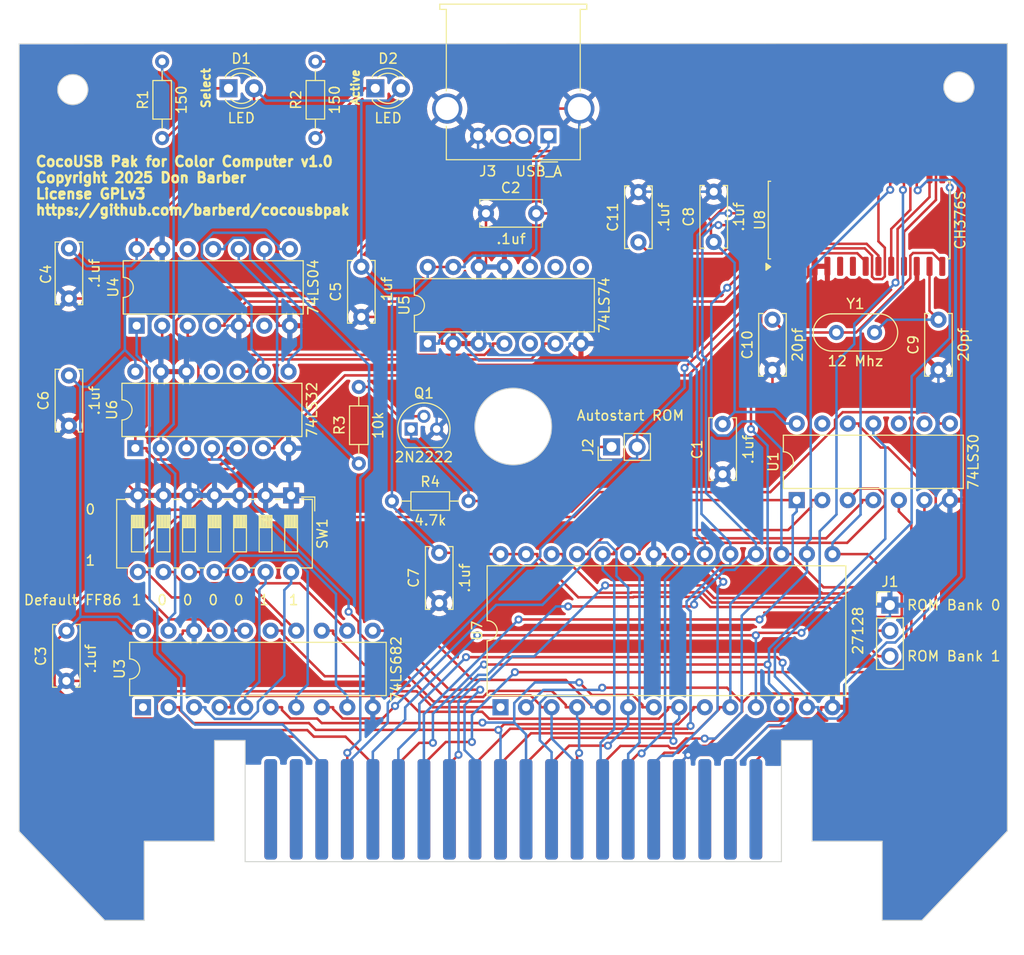
<source format=kicad_pcb>
(kicad_pcb (version 20240108) (generator "pcbnew") (generator_version "8.0")
  (layers (0 "F.Cu" signal) (31 "B.Cu" signal) (34 "B.Paste" user) (35 "F.Paste" user) (36 "B.SilkS" user "B.Silkscreen") (37 "F.SilkS" user "F.Silkscreen") (38 "B.Mask" user) (39 "F.Mask" user) (44 "Edge.Cuts" user))
  (net 0 "")
  (net 1 "GND")
  (net 2 "+5V")
  (net 3 "/A14")
  (net 4 "/A15")
  (net 5 "/A8")
  (net 6 "/A12")
  (net 7 "/A10")
  (net 8 "/A9")
  (net 9 "Net-(J2-A)")
  (net 10 "/A11")
  (net 11 "/A13")
  (net 12 "Net-(J3-D+)")
  (net 13 "Net-(J3-D-)")
  (net 14 "/A5")
  (net 15 "/A1")
  (net 16 "Net-(U3-Q2)")
  (net 17 "Net-(U3-Q4)")
  (net 18 "/A6")
  (net 19 "Net-(U3-Q5)")
  (net 20 "/A7")
  (net 21 "/A2")
  (net 22 "/BOARD_SELECT*")
  (net 23 "Net-(U3-Q0)")
  (net 24 "Net-(U3-Q1)")
  (net 25 "/A4")
  (net 26 "/A3")
  (net 27 "/RESET*")
  (net 28 "Net-(D1-K)")
  (net 29 "Net-(U3-Q3)")
  (net 30 "Net-(Q1-B)")
  (net 31 "Net-(U3-Q6)")
  (net 32 "Net-(U3-P7)")
  (net 33 "/E")
  (net 34 "/RESET")
  (net 35 "/A0")
  (net 36 "/D1")
  (net 37 "/D0")
  (net 38 "/D3")
  (net 39 "/D4")
  (net 40 "/D6")
  (net 41 "/D2")
  (net 42 "/D7")
  (net 43 "/D5")
  (net 44 "/CTS*")
  (net 45 "/Q")
  (net 46 "Net-(D2-K)")
  (net 47 "Net-(U8-WR#)")
  (net 49 "/R{slash}W*")
  (net 50 "Net-(U8-PCS#)")
  (net 60 "/INT#")
  (net 63 "Net-(U4-Pad11)")
  (net 65 "Net-(U8-XI)")
  (net 66 "Net-(U8-XO)")
  (net 67 "Net-(J1-Pin_2)")
  (net 69 "Net-(U4-Pad8)")
  (net 70 "Net-(U8-V3)")
  (net 72 "Net-(U8-ACT#)")
  (net 73 "Net-(U4-Pad2)")
  (net 75 "Net-(U5A-~{Q})")
  (net 78 "Net-(R3-Pad1)")
  (footprint "Capacitor_THT:C_Disc_D6.0mm_W2.5mm_P5.00mm" (layer "F.Cu") (at 100.457 52.675 -90)
    (property "Reference" "C5")
    (property "Value" ".1uf")
  )
  (footprint "Package_DIP:DIP-28_W15.24mm" (layer "F.Cu") (at 114.3 96.52 90)
    (property "Reference" "U7")
    (property "Value" "27128")
  )
  (footprint "Package_DIP:DIP-14_W7.62mm" (layer "F.Cu") (at 77.978 70.739 90)
    (property "Reference" "U6")
    (property "Value" "74LS32")
  )
  (footprint "Crystal:Crystal_HC52-8mm_Vertical" (layer "F.Cu") (at 147.706 59.222)
    (property "Reference" "Y1")
    (property "Value" "12 Mhz")
  )
  (footprint "CoCo:Coco_Cart" (layer "F.Cu") (at 88.9 112.014)
    (property "Reference" "U2" (hide yes))
    (property "Value" "Coco_Cart_Connector")
  )
  (footprint "Capacitor_THT:C_Disc_D6.0mm_W2.5mm_P5.00mm" (layer "F.Cu") (at 71.12 88.9 -90)
    (property "Reference" "C3")
    (property "Value" ".1uf")
  )
  (footprint "Resistor_THT:R_Axial_DIN0204_L3.6mm_D1.6mm_P7.62mm_Horizontal" (layer "F.Cu") (at 103.5 76)
    (property "Reference" "R4")
    (property "Value" "4.7k")
  )
  (footprint "Connector_PinHeader_2.54mm:PinHeader_1x03_P2.54mm_Vertical" (layer "F.Cu") (at 153.035 86.36)
    (property "Reference" "J1")
    (property "Value" "Conn_01x03_Male")
  )
  (footprint "Package_DIP:DIP-20_W7.62mm" (layer "F.Cu") (at 78.74 96.52 90)
    (property "Reference" "U3")
    (property "Value" "74LS682")
  )
  (footprint "Package_DIP:DIP-14_W7.62mm" (layer "F.Cu") (at 78.105 58.547 90)
    (property "Reference" "U4")
    (property "Value" "74LS04")
  )
  (footprint "LED_THT:LED_D3.0mm" (layer "F.Cu") (at 87.244 34.925)
    (property "Reference" "D1")
    (property "Value" "LED")
  )
  (footprint "Capacitor_THT:C_Disc_D6.0mm_W2.5mm_P5.00mm" (layer "F.Cu") (at 135.509 50.212 90)
    (property "Reference" "C8")
    (property "Value" ".1uf")
  )
  (footprint "Capacitor_THT:C_Disc_D6.0mm_W2.5mm_P5.00mm" (layer "F.Cu") (at 141.351 62.952 90)
    (property "Reference" "C10")
    (property "Value" "20pf")
  )
  (footprint "LED_THT:LED_D3.0mm" (layer "F.Cu") (at 101.849 34.925)
    (property "Reference" "D2")
    (property "Value" "LED")
  )
  (footprint "Connector_USB:USB_A_Molex_67643_Horizontal" (layer "F.Cu") (at 119.07 39.65 180)
    (property "Reference" "J3")
    (property "Value" "USB_A")
  )
  (footprint "Capacitor_THT:C_Disc_D6.0mm_W2.5mm_P5.00mm" (layer "F.Cu") (at 71.374 50.84 -90)
    (property "Reference" "C4")
    (property "Value" ".1uf")
  )
  (footprint "CoCo:SOP-28" (layer "F.Cu") (at 146.812 48.034 90)
    (property "Reference" "U8")
    (property "Value" "CH376S")
  )
  (footprint "Capacitor_THT:C_Disc_D6.0mm_W2.5mm_P5.00mm" (layer "F.Cu") (at 117.856 47.371 180)
    (property "Reference" "C2")
    (property "Value" ".1uf")
  )
  (footprint "Package_TO_SOT_THT:TO-92" (layer "F.Cu") (at 105.41 68.834)
    (property "Reference" "Q1")
    (property "Value" "2N2222")
  )
  (footprint "Capacitor_THT:C_Disc_D6.0mm_W2.5mm_P5.00mm" (layer "F.Cu") (at 71.374 63.5 -90)
    (property "Reference" "C6")
    (property "Value" ".1uf")
  )
  (footprint "Resistor_THT:R_Axial_DIN0204_L3.6mm_D1.6mm_P7.62mm_Horizontal" (layer "F.Cu") (at 100.203 72.263 90)
    (property "Reference" "R3")
    (property "Value" "10k")
  )
  (footprint "Button_Switch_THT:SW_DIP_SPSTx07_Slide_6.7x19.34mm_W7.62mm_P2.54mm_LowProfile" (layer "F.Cu") (at 93.472 75.438 -90)
    (property "Reference" "SW1")
    (property "Value" "SW_DIP_x07")
  )
  (footprint "Connector_PinHeader_2.54mm:PinHeader_1x02_P2.54mm_Vertical" (layer "F.Cu") (at 125.344 70.612 90)
    (property "Reference" "J2")
    (property "Value" "Jumper_2_Bridged")
  )
  (footprint "Capacitor_THT:C_Disc_D6.0mm_W2.5mm_P5.00mm" (layer "F.Cu") (at 157.861 62.952 90)
    (property "Reference" "C9")
    (property "Value" "20pf")
  )
  (footprint "Capacitor_THT:C_Disc_D6.0mm_W2.5mm_P5.00mm" (layer "F.Cu") (at 136.398 68.326 -90)
    (property "Reference" "C1")
    (property "Value" ".1uf")
  )
  (footprint "Resistor_THT:R_Axial_DIN0204_L3.6mm_D1.6mm_P7.62mm_Horizontal" (layer "F.Cu") (at 95.885 39.878 90)
    (property "Reference" "R2")
    (property "Value" "150")
  )
  (footprint "Capacitor_THT:C_Disc_D6.0mm_W2.5mm_P5.00mm" (layer "F.Cu") (at 108.204 81.153 -90)
    (property "Reference" "C7")
    (property "Value" ".1uf")
  )
  (footprint "Resistor_THT:R_Axial_DIN0204_L3.6mm_D1.6mm_P7.62mm_Horizontal" (layer "F.Cu") (at 80.645 39.878 90)
    (property "Reference" "R1")
    (property "Value" "150")
  )
  (footprint "Package_DIP:DIP-14_W7.62mm" (layer "F.Cu") (at 107.061 60.325 90)
    (property "Reference" "U5")
    (property "Value" "74LS74")
  )
  (footprint "Capacitor_THT:C_Disc_D6.0mm_W2.5mm_P5.00mm" (layer "F.Cu") (at 128.016 45.252 -90)
    (property "Reference" "C11")
    (property "Value" ".1uf")
  )
  (footprint "Package_DIP:DIP-14_W7.62mm" (layer "F.Cu") (at 143.764 75.906 90)
    (property "Reference" "U1")
    (property "Value" "74LS30")
  )
  (gr_circle (center 71.755 35.052) (end 73.255 35.052) (stroke (width 0.1)) (fill none) (layer "Edge.Cuts"))
  (gr_line (start 142.24 99.822) (end 142.24 111.887) (stroke (width 0.1)) (layer "Edge.Cuts"))
  (gr_line (start 78.867 109.855) (end 85.852 109.855) (stroke (width 0.1)) (layer "Edge.Cuts"))
  (gr_line (start 88.9 111.887) (end 142.24 111.887) (stroke (width 0.1)) (layer "Edge.Cuts"))
  (gr_line (start 145.288 109.855) (end 152.273 109.855) (stroke (width 0.1)) (layer "Edge.Cuts"))
  (gr_line (start 85.852 109.855) (end 85.852 99.822) (stroke (width 0.1)) (layer "Edge.Cuts"))
  (gr_line (start 152.273 117.729) (end 156.21 117.729) (stroke (width 0.1)) (layer "Edge.Cuts"))
  (gr_line (start 78.867 109.855) (end 78.867 117.729) (stroke (width 0.1)) (layer "Edge.Cuts"))
  (gr_line (start 156.21 117.729) (end 164.719 108.839) (stroke (width 0.1)) (layer "Edge.Cuts"))
  (gr_line (start 164.719 30.461) (end 164.719 108.839) (stroke (width 0.1)) (layer "Edge.Cuts"))
  (gr_line (start 74.93 117.729) (end 78.867 117.729) (stroke (width 0.1)) (layer "Edge.Cuts"))
  (gr_line (start 66.421 108.877) (end 66.421 30.499) (stroke (width 0.1)) (layer "Edge.Cuts"))
  (gr_circle (center 115.57 68.58) (end 119.38 68.58) (stroke (width 0.1)) (fill none) (layer "Edge.Cuts"))
  (gr_line (start 66.421 108.877) (end 74.93 117.729) (stroke (width 0.1)) (layer "Edge.Cuts"))
  (gr_line (start 85.852 99.822) (end 88.9 99.822) (stroke (width 0.1)) (layer "Edge.Cuts"))
  (gr_circle (center 159.893 34.798) (end 161.393 34.798) (stroke (width 0.1)) (fill none) (layer "Edge.Cuts"))
  (gr_line (start 152.273 109.855) (end 152.273 117.729) (stroke (width 0.1)) (layer "Edge.Cuts"))
  (gr_line (start 66.421 30.499) (end 164.719 30.461) (stroke (width 0.1)) (layer "Edge.Cuts"))
  (gr_line (start 145.288 109.855) (end 145.288 99.822) (stroke (width 0.1)) (layer "Edge.Cuts"))
  (gr_line (start 88.9 99.822) (end 88.9 111.887) (stroke (width 0.1)) (layer "Edge.Cuts"))
  (gr_line (start 142.24 99.822) (end 145.288 99.822) (stroke (width 0.1)) (layer "Edge.Cuts"))
  (gr_text "Autostart ROM" (at 121.793 68.072 0) (layer "F.SilkS") (effects (font (size 1 1)) (justify left bottom)))
  (gr_text "1" (at 73.5 81.915 0) (layer "F.SilkS") (effects (font (size 1 1))))
  (gr_text "Active" (at 100.325 36.703 90) (layer "F.SilkS") (effects (font (size 0.8 0.8) (thickness 0.2) (bold yes)) (justify left bottom)))
  (gr_text "1" (at 93.726 85.852 0) (layer "F.SilkS") (effects (font (size 1 1))))
  (gr_text "1" (at 90.805 85.852 0) (layer "F.SilkS") (effects (font (size 1 1))))
  (gr_text "ROM Bank 0" (at 159.385 86.36 0) (layer "F.SilkS") (effects (font (size 1 1))))
  (gr_text "1\n" (at 78.105 85.852 0) (layer "F.SilkS") (effects (font (size 1 1))))
  (gr_text "ROM Bank 1" (at 159.385 91.44 0) (layer "F.SilkS") (effects (font (size 1 1))))
  (gr_text "0" (at 83.185 85.852 0) (layer "F.SilkS") (effects (font (size 1 1))))
  (gr_text "Default FF86" (at 71.755 85.852 0) (layer "F.SilkS") (effects (font (size 1 1))))
  (gr_text "0" (at 88.265 85.852 0) (layer "F.SilkS") (effects (font (size 1 1))))
  (gr_text "0" (at 80.645 85.852 0) (layer "F.SilkS") (effects (font (size 1 1))))
  (gr_text "Select" (at 85.5 37 90) (layer "F.SilkS") (effects (font (size 0.85 0.85) (thickness 0.2) (bold yes)) (justify left bottom)))
  (gr_text "0" (at 73.5 76.835 0) (layer "F.SilkS") (effects (font (size 1 1))))
  (gr_text "CocoUSB Pak for Color Computer v1.0\nCopyright 2025 Don Barber\nLicense GPLv3\nhttps://github.com/barberd/cocousbpak" (at 67.945 47.625 0) (layer "F.SilkS") (effects (font (size 1 1) (thickness 0.25) (bold yes)) (justify left bottom)))
  (gr_text "0" (at 85.725 85.852 0) (layer "F.SilkS") (effects (font (size 1 1))))
  (segment (start 74.84 55.84) (end 79.5199 51.1601) (width 0.25) (layer "F.Cu") (net 1))
  (segment (start 88.265 58.547) (end 89.3901 58.547) (width 0.25) (layer "F.Cu") (net 1))
  (segment (start 83.82 88.9) (end 82.6949 88.9) (width 0.25) (layer "F.Cu") (net 1))
  (segment (start 80.772 75.438) (end 83.312 75.438) (width 0.25) (layer "F.Cu") (net 1))
  (segment (start 77.9762 93.9) (end 71.12 93.9) (width 0.25) (layer "F.Cu") (net 1))
  (segment (start 155.702 60.793) (end 157.861 62.952) (width 0.25) (layer "F.Cu") (net 1))
  (segment (start 114.78 36.94) (end 122.14 36.94) (width 0.25) (layer "F.Cu") (net 1))
  (segment (start 146.1949 96.52) (end 146.1949 96.8014) (width 0.25) (layer "F.Cu") (net 1))
  (segment (start 142.7061 60.793) (end 142.6378 60.8613) (width 0.25) (layer "F.Cu") (net 1))
  (segment (start 140.2257 57.4382) (end 141.2138 56.4501) (width 0.25) (layer "F.Cu") (net 1))
  (segment (start 77.7494 74.8754) (end 71.374 68.5) (width 0.25) (layer "F.Cu") (net 1))
  (segment (start 147.32 96.52) (end 146.1949 96.52) (width 0.25) (layer "F.Cu") (net 1))
  (segment (start 99.585 58.547) (end 100.457 57.675) (width 0.25) (layer "F.Cu") (net 1))
  (segment (start 142.6378 61.6652) (end 141.351 62.952) (width 0.25) (layer "F.Cu") (net 1))
  (segment (start 136.0487 85.1988) (end 133.7613 82.9114) (width 0.25) (layer "F.Cu") (net 1))
  (segment (start 79.0843 74.8754) (end 78.232 74.8754) (width 0.25) (layer "F.Cu") (net 1))
  (segment (start 71.374 55.84) (end 74.84 55.84) (width 0.25) (layer "F.Cu") (net 1))
  (segment (start 132.08 106.68) (end 132.08 102.1533) (width 0.25) (layer "F.Cu") (net 1))
  (segment (start 142.7956 56.4501) (end 145.542 53.7037) (width 0.25) (layer "F.Cu") (net 1))
  (segment (start 129.54 81.28) (end 130.6651 81.28) (width 0.25) (layer "F.Cu") (net 1))
  (segment (start 78.232 74.8754) (end 77.7494 74.8754) (width 0.25) (layer "F.Cu") (net 1))
  (segment (start 145.542 53.7037) (end 145.542 52.634) (width 0.25) (layer "F.Cu") (net 1))
  (segment (start 80.772 75.438) (end 79.6469 75.438) (width 0.25) (layer "F.Cu") (net 1))
  (segment (start 106.5291 57.675) (end 100.457 57.675) (width 0.25) (layer "F.Cu") (net 1))
  (segment (start 79.5199 51.1601) (end 79.5199 50.927) (width 0.25) (layer "F.Cu") (net 1))
  (segment (start 112.856 52.705) (end 114.681 52.705) (width 0.25) (layer "F.Cu") (net 1))
  (segment (start 90.276 57.3798) (end 91.2858 57.3798) (width 0.25) (layer "F.Cu") (net 1))
  (segment (start 82.6949 89.1813) (end 77.9762 93.9) (width 0.25) (layer "F.Cu") (net 1))
  (segment (start 155.702 52.644) (end 155.702 60.793) (width 0.25) (layer "F.Cu") (net 1))
  (segment (start 80.518 63.119) (end 83.058 63.119) (width 0.25) (layer "F.Cu") (net 1))
  (segment (start 151.8599 86.36) (end 150.6987 85.1988) (width 0.25) (layer "F.Cu") (net 1))
  (segment (start 145.3512 97.6451) (end 140.1469 97.6451) (width 0.25) (layer "F.Cu") (net 1))
  (segment (start 145.542 52.634) (end 146.812 52.634) (width 0.25) (layer "F.Cu") (net 1))
  (segment (start 150.6987 85.1988) (end 136.0487 85.1988) (width 0.25) (layer "F.Cu") (net 1))
  (segment (start 142.6378 60.8613) (end 140.2257 58.4492) (width 0.25) (layer "F.Cu") (net 1))
  (segment (start 155.702 60.793) (end 142.7061 60.793) (width 0.25) (layer "F.Cu") (net 1))
  (segment (start 108.4759 59.6218) (end 106.5291 57.675) (width 0.25) (layer "F.Cu") (net 1))
  (segment (start 89.3901 58.2657) (end 90.276 57.3798) (width 0.25) (layer "F.Cu") (net 1))
  (segment (start 89.3901 58.547) (end 89.3901 58.2657) (width 0.25) (layer "F.Cu") (net 1))
  (segment (start 90.932 75.438) (end 93.472 75.438) (width 0.25) (layer "F.Cu") (net 1))
  (segment (start 141.351 68.373) (end 136.398 73.326) (width 0.25) (layer "F.Cu") (net 1))
  (segment (start 132.0633 82.9114) (end 130.6651 81.5132) (width 0.25) (layer "F.Cu") (net 1))
  (segment (start 85.852 75.438) (end 88.392 75.438) (width 0.25) (layer "F.Cu") (net 1))
  (segment (start 82.6949 88.9) (end 82.6949 89.1813) (width 0.25) (layer "F.Cu") (net 1))
  (segment (start 91.2858 57.3798) (end 92.2199 58.3139) (width 0.25) (layer "F.Cu") (net 1))
  (segment (start 93.345 58.547) (end 92.2199 58.547) (width 0.25) (layer "F.Cu") (net 1))
  (segment (start 79.6469 75.438) (end 79.0843 74.8754) (width 0.25) (layer "F.Cu") (net 1))
  (segment (start 136.5235 101.2685) (end 132.9648 101.2685) (width 0.25) (layer "F.Cu") (net 1))
  (segment (start 141.2138 56.4501) (end 142.7956 56.4501) (width 0.25) (layer "F.Cu") (net 1))
  (segment (start 80.645 50.927) (end 79.5199 50.927) (width 0.25) (layer "F.Cu") (net 1))
  (segment (start 140.1469 97.6451) (end 136.5235 101.2685) (width 0.25) (layer "F.Cu") (net 1))
  (segment (start 153.035 86.36) (end 151.8599 86.36) (width 0.25) (layer "F.Cu") (net 1))
  (segment (start 112.07 39.65) (end 114.78 36.94) (width 0.25) (layer "F.Cu") (net 1))
  (segment (start 92.2199 58.3139) (end 92.2199 58.547) (width 0.25) (layer "F.Cu") (net 1))
  (segment (start 133.7613 82.9114) (end 132.0633 82.9114) (width 0.25) (layer "F.Cu") (net 1))
  (segment (start 109.601 60.325) (end 112.141 60.325) (width 0.25) (layer "F.Cu") (net 1))
  (segment (start 78.232 75.438) (end 78.232 74.8754) (width 0.25) (layer "F.Cu") (net 1))
  (segment (start 141.351 62.952) (end 141.351 68.373) (width 0.25) (layer "F.Cu") (net 1))
  (segment (start 142.6378 60.8613) (end 142.6378 61.6652) (width 0.25) (layer "F.Cu") (net 1))
  (segment (start 112.856 52.705) (end 112.856 47.371) (width 0.25) (layer "F.Cu") (net 1))
  (segment (start 140.2257 58.4492) (end 140.2257 57.4382) (width 0.25) (layer "F.Cu") (net 1))
  (segment (start 108.4759 60.325) (end 108.4759 59.6218) (width 0.25) (layer "F.Cu") (net 1))
  (segment (start 132.08 102.1533) (end 132.9648 101.2685) (width 0.25) (layer "F.Cu") (net 1))
  (segment (start 112.141 52.705) (end 112.856 52.705) (width 0.25) (layer "F.Cu") (net 1))
  (segment (start 109.601 60.325) (end 108.4759 60.325) (width 0.25) (layer "F.Cu") (net 1))
  (segment (start 146.1949 96.8014) (end 145.3512 97.6451) (width 0.25) (layer "F.Cu") (net 1))
  (segment (start 130.6651 81.5132) (end 130.6651 81.28) (width 0.25) (layer "F.Cu") (net 1))
  (segment (start 93.345 58.547) (end 99.585 58.547) (width 0.25) (layer "F.Cu") (net 1))
  (segment (start 88.392 75.438) (end 90.932 75.438) (width 0.25) (layer "F.Cu") (net 1))
  (via (at 132.9648 101.2685) (size 0.8) (drill 0.4) (layers "F.Cu" "B.Cu") (net 1))
  (segment (start 112.141 52.705) (end 112.141 53.8301) (width 0.25) (layer "B.Cu") (net 1))
  (segment (start 79.4717 53.2254) (end 80.645 52.0521) (width 0.25) (layer "B.Cu") (net 1))
  (segment (start 132.08 106.68) (end 132.08 102.1533) (width 0.25) (layer "B.Cu") (net 1))
  (segment (start 109.601 61.4501) (end 107.95 63.1011) (width 0.25) (layer "B.Cu") (net 1))
  (segment (start 128.016 45.212) (end 135.509 45.212) (width 0.25) (layer "B.Cu") (net 1))
  (segment (start 83.312 74.8754) (end 84.1643 74.8754) (width 0.25) (layer "B.Cu") (net 1))
  (segment (start 83.82 87.7749) (end 84.582 87.0129) (width 0.25) (layer "B.Cu") (net 1))
  (segment (start 147.32 96.52) (end 147.32 95.3949) (width 0.25) (layer "B.Cu") (net 1))
  (segment (start 122.301 60.325) (end 121.1759 60.325) (width 0.25) (layer "B.Cu") (net 1))
  (segment (start 85.852 75.438) (end 85.852 76.5631) (width 0.25) (layer "B.Cu") (net 1))
  (segment (start 113.2661 60.325) (end 113.2661 60.6063) (width 0.25) (layer "B.Cu") (net 1))
  (segment (start 87.1399 58.792) (end 83.938 61.9939) (width 0.25) (layer "B.Cu") (net 1))
  (segment (start 138.523 47.8923) (end 135.8427 45.212) (width 0.25) (layer "B.Cu") (net 1))
  (segment (start 120.2641 61.4699) (end 121.1759 60.5581) (width 0.25) (layer "B.Cu") (net 1))
  (segment (start 84.582 87.0129) (end 84.582 77.8331) (width 0.25) (layer "B.Cu") (net 1))
  (segment (start 159.004 75.906) (end 159.004 75.3434) (width 0.25) (layer "B.Cu") (net 1))
  (segment (start 152.7187 87.5351) (end 147.32 92.9338) (width 0.25) (layer "B.Cu") (net 1))
  (segment (start 84.2461 65.4322) (end 83.058 64.2441) (width 0.25) (layer "B.Cu") (net 1))
  (segment (start 128.016 45.212) (end 128.016 45.252) (width 0.25) (layer "B.Cu") (net 1))
  (segment (start 84.1643 74.8754) (end 84.2461 74.7936) (width 0.25) (layer "B.Cu") (net 1))
  (segment (start 88.265 58.547) (end 87.1399 58.547) (width 0.25) (layer "B.Cu") (net 1))
  (segment (start 109 36.94) (end 109.36 36.94) (width 0.25) (layer "B.Cu") (net 1))
  (segment (start 121.1759 60.5581) (end 121.1759 60.325) (width 0.25) (layer "B.Cu") (net 1))
  (segment (start 114.1297 61.4699) (end 120.2641 61.4699) (width 0.25) (layer "B.Cu") (net 1))
  (segment (start 138.523 60.124) (end 138.523 47.8923) (width 0.25) (layer "B.Cu") (net 1))
  (segment (start 80.645 50.927) (end 80.645 52.0521) (width 0.25) (layer "B.Cu") (net 1))
  (segment (start 113.2661 60.6063) (end 114.1297 61.4699) (width 0.25) (layer "B.Cu") (net 1))
  (segment (start 112.7036 54.3927) (end 112.141 53.8301) (width 0.25) (layer "B.Cu") (net 1))
  (segment (start 93.472 75.438) (end 93.472 74.3129) (width 0.25) (layer "B.Cu") (net 1))
  (segment (start 83.058 63.119) (end 83.058 64.2441) (width 0.25) (layer "B.Cu") (net 1))
  (segment (start 83.312 75.438) (end 83.312 74.8754) (width 0.25) (layer "B.Cu") (net 1))
  (segment (start 135.8427 45.212) (end 135.509 45.212) (width 0.25) (layer "B.Cu") (net 1))
  (segment (start 84.2461 74.7936) (end 84.2461 65.4322) (width 0.25) (layer "B.Cu") (net 1))
  (segment (start 153.035 86.36) (end 153.035 81.3124) (width 0.25) (layer "B.Cu") (net 1))
  (segment (start 109.36 36.94) (end 112.07 39.65) (width 0.25) (layer "B.Cu") (net 1))
  (segment (start 132.08 102.1533) (end 132.9648 101.2685) (width 0.25) (layer "B.Cu") (net 1))
  (segment (start 153.035 86.36) (end 153.035 87.5351) (width 0.25) (layer "B.Cu") (net 1))
  (segment (start 80.518 61.9939) (end 79.4717 60.9476) (width 0.25) (layer "B.Cu") (net 1))
  (segment (start 83.82 88.9) (end 83.82 87.7749) (width 0.25) (layer "B.Cu") (net 1))
  (segment (start 83.938 61.9939) (end 83.058 61.9939) (width 0.25) (layer "B.Cu") (net 1))
  (segment (start 79.4717 60.9476) (end 79.4717 53.2254) (width 0.25) (layer "B.Cu") (net 1))
  (segment (start 93.218 74.0589) (end 93.218 70.739) (width 0.25) (layer "B.Cu") (net 1))
  (segment (start 93.472 74.3129) (end 93.218 74.0589) (width 0.25) (layer "B.Cu") (net 1))
  (segment (start 157.861 73.6379) (end 159.004 74.7809) (width 0.25) (layer "B.Cu") (net 1))
  (segment (start 112.7036 60.325) (end 113.2661 60.325) (width 0.25) (layer "B.Cu") (net 1))
  (segment (start 153.035 81.3124) (end 159.004 75.3434) (width 0.25) (layer "B.Cu") (net 1))
  (segment (start 107.95 68.834) (end 112.1451 73.0291) (width 0.25) (layer "B.Cu") (net 1))
  (segment (start 112.07 39.65) (end 112.07 46.585) (width 0.25) (layer "B.Cu") (net 1))
  (segment (start 107.95 63.1011) (end 107.95 68.834) (width 0.25) (layer "B.Cu") (net 1))
  (segment (start 84.582 77.8331) (end 85.852 76.5631) (width 0.25) (layer "B.Cu") (net 1))
  (segment (start 85.852 75.438) (end 84.7269 75.438) (width 0.25) (layer "B.Cu") (net 1))
  (segment (start 112.7036 60.325) (end 112.7036 54.3927) (width 0.25) (layer "B.Cu") (net 1))
  (segment (start 122.14 36.94) (end 122.14 39.336) (width 0.25) (layer "B.Cu") (net 1))
  (segment (start 141.351 62.952) (end 138.523 60.124) (width 0.25) (layer "B.Cu") (net 1))
  (segment (start 83.058 63.119) (end 83.058 61.9939) (width 0.25) (layer "B.Cu") (net 1))
  (segment (start 112.141 60.325) (end 112.7036 60.325) (width 0.25) (layer "B.Cu") (net 1))
  (segment (start 157.861 62.952) (end 157.861 73.6379) (width 0.25) (layer "B.Cu") (net 1))
  (segment (start 112.1451 73.0291) (end 112.1451 82.2119) (width 0.25) (layer "B.Cu") (net 1))
  (segment (start 109.601 60.325) (end 109.601 61.4501) (width 0.25) (layer "B.Cu") (net 1))
  (segment (start 147.32 92.9338) (end 147.32 95.3949) (width 0.25) (layer "B.Cu") (net 1))
  (segment (start 101.6 92.757) (end 101.6 96.52) (width 0.25) (layer "B.Cu") (net 1))
  (segment (start 84.1643 74.8754) (end 84.7269 75.438) (width 0.25) (layer "B.Cu") (net 1))
  (segment (start 108.204 86.153) (end 101.6 92.757) (width 0.25) (layer "B.Cu") (net 1))
  (segment (start 87.1399 58.547) (end 87.1399 58.792) (width 0.25) (layer "B.Cu") (net 1))
  (segment (start 112.1451 82.2119) (end 108.204 86.153) (width 0.25) (layer "B.Cu") (net 1))
  (segment (start 122.14 39.336) (end 128.016 45.212) (width 0.25) (layer "B.Cu") (net 1))
  (segment (start 80.518 63.119) (end 80.518 61.9939) (width 0.25) (layer "B.Cu") (net 1))
  (segment (start 153.035 87.5351) (end 152.7187 87.5351) (width 0.25) (layer "B.Cu") (net 1))
  (segment (start 159.004 75.3434) (end 159.004 74.7809) (width 0.25) (layer "B.Cu") (net 1))
  (segment (start 112.07 46.585) (end 112.856 47.371) (width 0.25) (layer "B.Cu") (net 1))
  (segment (start 71.12 88.9) (end 69.9476 90.0724) (width 0.25) (layer "F.Cu") (net 2))
  (segment (start 153.035 91.44) (end 151.8599 91.44) (width 0.25) (layer "F.Cu") (net 2))
  (segment (start 80.111 96.0847) (end 80.111 97.6478) (width 0.25) (layer "F.Cu") (net 2))
  (segment (start 114.3 96.52) (end 113.1749 96.52) (width 0.25) (layer "F.Cu") (net 2))
  (segment (start 139.8632 43.434) (end 135.2315 48.0657) (width 0.25) (layer "F.Cu") (net 2))
  (segment (start 134.5368 47.371) (end 135.2315 48.0657) (width 0.25) (layer "F.Cu") (net 2))
  (segment (start 135.2315 49.9345) (end 135.509 50.212) (width 0.25) (layer "F.Cu") (net 2))
  (segment (start 116.84 81.28) (end 114.3 81.28) (width 0.25) (layer "F.Cu") (net 2))
  (segment (start 98.8858 99.4456) (end 101.6 102.1598) (width 0.25) (layer "F.Cu") (net 2))
  (segment (start 127.5053 85.5772) (end 122.0291 85.5772) (width 0.25) (layer "F.Cu") (net 2))
  (segment (start 107.5524 96.52) (end 105.9628 94.9304) (width 0.25) (layer "F.Cu") (net 2))
  (segment (start 134.1563 85.5344) (end 127.5481 85.5344) (width 0.25) (layer "F.Cu") (net 2))
  (segment (start 81.2587 98.7955) (end 95.0836 98.7955) (width 0.25) (layer "F.Cu") (net 2))
  (segment (start 105.9628 94.9304) (end 81.2653 94.9304) (width 0.25) (layer "F.Cu") (net 2))
  (segment (start 108.204 81.153) (end 113.0479 81.153) (width 0.25) (layer "F.Cu") (net 2))
  (segment (start 116.84 81.28) (end 117.9651 81.28) (width 0.25) (layer "F.Cu") (net 2))
  (segment (start 135.2315 48.0657) (end 135.2315 49.9345) (width 0.25) (layer "F.Cu") (net 2))
  (segment (start 69.9476 94.3758) (end 73.2196 97.6478) (width 0.25) (layer "F.Cu") (net 2))
  (segment (start 114.3 81.28) (end 113.1749 81.28) (width 0.25) (layer "F.Cu") (net 2))
  (segment (start 127.5481 85.5344) (end 127.5053 85.5772) (width 0.25) (layer "F.Cu") (net 2))
  (segment (start 78.105 50.927) (end 78.105 49.8019) (width 0.25) (layer "F.Cu") (net 2))
  (segment (start 69.9476 90.0724) (end 69.9476 94.3758) (width 0.25) (layer "F.Cu") (net 2))
  (segment (start 122.0291 85.5772) (end 117.9651 81.5132) (width 0.25) (layer "F.Cu") (net 2))
  (segment (start 151.8599 91.44) (end 146.969 86.5491) (width 0.25) (layer "F.Cu") (net 2))
  (segment (start 109.601 52.705) (end 107.061 52.705) (width 0.25) (layer "F.Cu") (net 2))
  (segment (start 89.784 38.1229) (end 78.105 49.8019) (width 0.25) (layer "F.Cu") (net 2))
  (segment (start 117.9651 81.5132) (end 117.9651 81.28) (width 0.25) (layer "F.Cu") (net 2))
  (segment (start 81.2653 94.9304) (end 80.111 96.0847) (width 0.25) (layer "F.Cu") (net 2))
  (segment (start 89.784 34.925) (end 89.784 38.1229) (width 0.25) (layer "F.Cu") (net 2))
  (segment (start 80.111 97.6478) (end 81.2587 98.7955) (width 0.25) (layer "F.Cu") (net 2))
  (segment (start 113.1749 96.52) (end 107.5524 96.52) (width 0.25) (layer "F.Cu") (net 2))
  (segment (start 141.732 43.434) (end 139.8632 43.434) (width 0.25) (layer "F.Cu") (net 2))
  (segment (start 95.0836 98.7955) (end 95.7337 99.4456) (width 0.25) (layer "F.Cu") (net 2))
  (segment (start 101.6 102.1598) (end 101.6 106.68) (width 0.25) (layer "F.Cu") (net 2))
  (segment (start 146.969 86.5491) (end 135.171 86.5491) (width 0.25) (layer "F.Cu") (net 2))
  (segment (start 135.171 86.5491) (end 134.1563 85.5344) (width 0.25) (layer "F.Cu") (net 2))
  (segment (start 73.2196 97.6478) (end 80.111 97.6478) (width 0.25) (layer "F.Cu") (net 2))
  (segment (start 113.0479 81.153) (end 113.1749 81.28) (width 0.25) (layer "F.Cu") (net 2))
  (segment (start 117.856 47.371) (end 134.5368 47.371) (width 0.25) (layer "F.Cu") (net 2))
  (segment (start 95.7337 99.4456) (end 98.8858 99.4456) (width 0.25) (layer "F.Cu") (net 2))
  (segment (start 72.4995 87.5205) (end 71.12 88.9) (width 0.25) (layer "B.Cu") (net 2))
  (segment (start 117.221 51.5799) (end 111.618 51.5799) (width 0.25) (layer "B.Cu") (net 2))
  (segment (start 111.618 51.5799) (end 110.7261 52.4718) (width 0.25) (layer "B.Cu") (net 2))
  (segment (start 117.856 47.371) (end 117.856 41.9391) (width 0.25) (layer "B.Cu") (net 2))
  (segment (start 76.9352 60.9511) (end 77.978 61.9939) (width 0.25) (layer "B.Cu") (net 2))
  (segment (start 104.389 34.925) (end 103.1638 36.1502) (width 0.25) (layer "B.Cu") (net 2))
  (segment (start 137.5849 67.1391) (end 137.5849 52.2879) (width 0.25) (layer "B.Cu") (net 2))
  (segment (start 72.4995 64.6255) (end 71.374 63.5) (width 0.25) (layer "B.Cu") (net 2))
  (segment (start 103.0845 55.3025) (end 100.457 52.675) (width 0.25) (layer "B.Cu") (net 2))
  (segment (start 78.105 50.927) (end 78.105 52.0521) (width 0.25) (layer "B.Cu") (net 2))
  (segment (start 78.74 88.9) (end 77.6149 88.9) (width 0.25) (layer "B.Cu") (net 2))
  (segment (start 103.1638 36.1502) (end 100.457 36.1502) (width 0.25) (layer "B.Cu") (net 2))
  (segment (start 107.061 53.8301) (end 105.5886 55.3025) (width 0.25) (layer "B.Cu") (net 2))
  (segment (start 77.6149 88.9) (end 76.2354 87.5205) (width 0.25) (layer "B.Cu") (net 2))
  (segment (start 77.5425 52.6146) (end 76.9352 52.6146) (width 0.25) (layer "B.Cu") (net 2))
  (segment (start 142.6389 68.286) (end 141.492 67.1391) (width 0.25) (layer "B.Cu") (net 2))
  (segment (start 91.0092 36.1502) (end 89.784 34.925) (width 0.25) (layer "B.Cu") (net 2))
  (segment (start 77.978 63.119) (end 77.978 61.9939) (width 0.25) (layer "B.Cu") (net 2))
  (segment (start 72.4995 64.6255) (end 73.2608 64.6255) (width 0.25) (layer "B.Cu") (net 2))
  (segment (start 103.5 76) (end 103.5 76.449) (width 0.25) (layer "B.Cu") (net 2))
  (segment (start 119.07 39.65) (end 119.07 40.7251) (width 0.25) (layer "B.Cu") (net 2))
  (segment (start 103.5 76.449) (end 108.204 81.153) (width 0.25) (layer "B.Cu") (net 2))
  (segment (start 103.5 55.3025) (end 103.0845 55.3025) (width 0.25) (layer "B.Cu") (net 2))
  (segment (start 117.856 50.9449) (end 117.221 51.5799) (width 0.25) (layer "B.Cu") (net 2))
  (segment (start 109.601 52.705) (end 110.7261 52.705) (width 0.25) (layer "B.Cu") (net 2))
  (segment (start 76.2354 87.5205) (end 72.4995 87.5205) (width 0.25) (layer "B.Cu") (net 2))
  (segment (start 137.5849 67.1391) (end 136.398 68.326) (width 0.25) (layer "B.Cu") (net 2))
  (segment (start 141.492 67.1391) (end 137.5849 67.1391) (width 0.25) (layer "B.Cu") (net 2))
  (segment (start 107.061 52.705) (end 107.061 53.8301) (width 0.25) (layer "B.Cu") (net 2))
  (segment (start 78.105 52.0521) (end 77.5425 52.6146) (width 0.25) (layer "B.Cu") (net 2))
  (segment (start 117.856 47.371) (end 117.856 50.9449) (width 0.25) (layer "B.Cu") (net 2))
  (segment (start 73.1486 52.6146) (end 71.374 50.84) (width 0.25) (layer "B.Cu") (net 2))
  (segment (start 103.5 55.3025) (end 103.5 76) (width 0.25) (layer "B.Cu") (net 2))
  (segment (start 105.5886 55.3025) (end 103.5 55.3025) (width 0.25) (layer "B.Cu") (net 2))
  (segment (start 72.4995 87.5205) (end 72.4995 64.6255) (width 0.25) (layer "B.Cu") (net 2))
  (segment (start 117.856 41.9391) (end 119.07 40.7251) (width 0.25) (layer "B.Cu") (net 2))
  (segment (start 110.7261 52.4718) (end 110.7261 52.705) (width 0.25) (layer "B.Cu") (net 2))
  (segment (start 117.221 52.705) (end 117.221 51.5799) (width 0.25) (layer "B.Cu") (net 2))
  (segment (start 73.2608 64.6255) (end 76.9352 60.9511) (width 0.25) (layer "B.Cu") (net 2))
  (segment (start 76.9352 52.6146) (end 76.9352 60.9511) (width 0.25) (layer "B.Cu") (net 2))
  (segment (start 76.9352 52.6146) (end 73.1486 52.6146) (width 0.25) (layer "B.Cu") (net 2))
  (segment (start 143.764 68.286) (end 142.6389 68.286) (width 0.25) (layer "B.Cu") (net 2))
  (segment (start 100.457 36.1502) (end 91.0092 36.1502) (width 0.25) (layer "B.Cu") (net 2))
  (segment (start 100.457 36.1502) (end 100.457 52.675) (width 0.25) (layer "B.Cu") (net 2))
  (segment (start 137.5849 52.2879) (end 135.509 50.212) (width 0.25) (layer "B.Cu") (net 2))
  (segment (start 143.3704 96.9908) (end 142.0588 98.3024) (width 0.25) (layer "B.Cu") (net 3))
  (segment (start 141.5936 93.4535) (end 143.3704 95.2303) (width 0.25) (layer "B.Cu") (net 3))
  (segment (start 152.5746 70.6017) (end 152.5746 79.7568) (width 0.25) (layer "B.Cu") (net 3))
  (segment (start 143.3704 95.2303) (end 143.3704 96.9908) (width 0.25) (layer "B.Cu") (net 3))
  (segment (start 141.5936 90.7378) (end 141.5936 93.4535) (width 0.25) (layer "B.Cu") (net 3))
  (segment (start 152.5746 79.7568) (end 141.5936 90.7378) (width 0.25) (layer "B.Cu") (net 3))
  (segment (start 137.16 102.1575) (end 137.16 106.68) (width 0.25) (layer "B.Cu") (net 3))
  (segment (start 151.384 69.4111) (end 152.5746 70.6017) (width 0.25) (layer "B.Cu") (net 3))
  (segment (start 142.0588 98.3024) (end 141.0151 98.3024) (width 0.25) (layer "B.Cu") (net 3))
  (segment (start 151.384 68.286) (end 151.384 69.4111) (width 0.25) (layer "B.Cu") (net 3))
  (segment (start 141.0151 98.3024) (end 137.16 102.1575) (width 0.25) (layer "B.Cu") (net 3))
  (segment (start 148.5905 99.4869) (end 157.5895 90.4879) (width 0.25) (layer "F.Cu") (net 4))
  (segment (start 149.9691 68.5192) (end 149.9691 68.286) (width 0.25) (layer "F.Cu") (net 4))
  (segment (start 142.0641 99.4869) (end 148.5905 99.4869) (width 0.25) (layer "F.Cu") (net 4))
  (segment (start 139.7 106.68) (end 139.7 101.851) (width 0.25) (layer "F.Cu") (net 4))
  (segment (start 152.8305 70.6754) (end 152.1253 70.6754) (width 0.25) (layer "F.Cu") (net 4))
  (segment (start 157.5895 90.4879) (end 157.5895 75.4344) (width 0.25) (layer "F.Cu") (net 4))
  (segment (start 139.7 101.851) (end 142.0641 99.4869) (width 0.25) (layer "F.Cu") (net 4))
  (segment (start 157.5895 75.4344) (end 152.8305 70.6754) (width 0.25) (layer "F.Cu") (net 4))
  (segment (start 148.844 68.286) (end 149.9691 68.286) (width 0.25) (layer "F.Cu") (net 4))
  (segment (start 152.1253 70.6754) (end 149.9691 68.5192) (width 0.25) (layer "F.Cu") (net 4))
  (segment (start 121.92 81.28) (end 123.0451 81.28) (width 0.25) (layer "F.Cu") (net 5))
  (segment (start 130.9738 100.3693) (end 131.2002 100.5957) (width 0.25) (layer "F.Cu") (net 5))
  (segment (start 132.7603 99.6362) (end 134.6056 99.6362) (width 0.25) (layer "F.Cu") (net 5))
  (segment (start 123.0451 81.0468) (end 123.0451 81.28) (width 0.25) (layer "F.Cu") (net 5))
  (segment (start 124.46 102.1412) (end 126.2319 100.3693) (width 0.25) (layer "F.Cu") (net 5))
  (segment (start 124.46 106.68) (end 124.46 102.1412) (width 0.25) (layer "F.Cu") (net 5))
  (segment (start 143.764 75.906) (end 128.1859 75.906) (width 0.25) (layer "F.Cu") (net 5))
  (segment (start 134.6056 99.6362) (end 134.6056 99.6361) (width 0.25) (layer "F.Cu") (net 5))
  (segment (start 128.1859 75.906) (end 123.0451 81.0468) (width 0.25) (layer "F.Cu") (net 5))
  (segment (start 131.2002 100.5957) (end 131.8008 100.5957) (width 0.25) (layer "F.Cu") (net 5))
  (segment (start 131.8008 100.5957) (end 132.7603 99.6362) (width 0.25) (layer "F.Cu") (net 5))
  (segment (start 126.2319 100.3693) (end 130.9738 100.3693) (width 0.25) (layer "F.Cu") (net 5))
  (via (at 134.6056 99.6361) (size 0.8) (drill 0.4) (layers "F.Cu" "B.Cu") (net 5))
  (segment (start 135.6604 99.6361) (end 138.2916 97.0049) (width 0.25) (layer "B.Cu") (net 5))
  (segment (start 143.3652 77.4299) (end 143.764 77.0311) (width 0.25) (layer "B.Cu") (net 5))
  (segment (start 138.2916 87.4142) (end 143.3652 82.3406) (width 0.25) (layer "B.Cu") (net 5))
  (segment (start 138.2916 97.0049) (end 138.2916 87.4142) (width 0.25) (layer "B.Cu") (net 5))
  (segment (start 143.3652 82.3406) (end 143.3652 77.4299) (width 0.25) (layer "B.Cu") (net 5))
  (segment (start 143.764 75.906) (end 143.764 77.0311) (width 0.25) (layer "B.Cu") (net 5))
  (segment (start 134.6056 99.6361) (end 135.6604 99.6361) (width 0.25) (layer "B.Cu") (net 5))
  (segment (start 151.6191 95.1578) (end 155.1635 91.6134) (width 0.25) (layer "F.Cu") (net 6))
  (segment (start 155.1635 91.6134) (end 155.1635 78.2706) (width 0.25) (layer "F.Cu") (net 6))
  (segment (start 138.3326 96.0765) (end 139.2513 95.1578) (width 0.25) (layer "F.Cu") (net 6))
  (segment (start 129.54 102.1163) (end 130.6105 101.0458) (width 0.25) (layer "F.Cu") (net 6))
  (segment (start 136.829 94.5729) (end 124.4172 94.5729) (width 0.25) (layer "F.Cu") (net 6))
  (segment (start 134.9151 100.3703) (end 138.3326 96.9528) (width 0.25) (layer "F.Cu") (net 6))
  (segment (start 132.6628 100.3703) (end 134.9151 100.3703) (width 0.25) (layer "F.Cu") (net 6))
  (segment (start 129.54 106.68) (end 129.54 102.1163) (width 0.25) (layer "F.Cu") (net 6))
  (segment (start 138.3326 96.9528) (end 138.3326 96.0765) (width 0.25) (layer "F.Cu") (net 6))
  (segment (start 155.1635 78.2706) (end 153.924 77.0311) (width 0.25) (layer "F.Cu") (net 6))
  (segment (start 130.6105 101.0458) (end 131.9873 101.0458) (width 0.25) (layer "F.Cu") (net 6))
  (segment (start 131.9873 101.0458) (end 132.6628 100.3703) (width 0.25) (layer "F.Cu") (net 6))
  (segment (start 153.924 75.906) (end 153.924 77.0311) (width 0.25) (layer "F.Cu") (net 6))
  (segment (start 138.3326 96.0765) (end 136.829 94.5729) (width 0.25) (layer "F.Cu") (net 6))
  (segment (start 139.2513 95.1578) (end 151.6191 95.1578) (width 0.25) (layer "F.Cu") (net 6))
  (via (at 124.4172 94.5729) (size 0.8) (drill 0.4) (layers "F.Cu" "B.Cu") (net 6))
  (segment (start 118.5683 94.7917) (end 116.84 96.52) (width 0.25) (layer "B.Cu") (net 6))
  (segment (start 124.1984 94.7917) (end 118.5683 94.7917) (width 0.25) (layer "B.Cu") (net 6))
  (segment (start 124.4172 94.5729) (end 124.1984 94.7917) (width 0.25) (layer "B.Cu") (net 6))
  (segment (start 127 106.68) (end 127 102.1582) (width 0.25) (layer "F.Cu") (net 7))
  (segment (start 128.0459 101.1123) (end 128.3376 101.1123) (width 0.25) (layer "F.Cu") (net 7))
  (segment (start 152.5286 76.4075) (end 152.5286 75.3988) (width 0.25) (layer "F.Cu") (net 7))
  (segment (start 149.9954 74.7546) (end 148.844 75.906) (width 0.25) (layer "F.Cu") (net 7))
  (segment (start 148.7812 80.1549) (end 152.5286 76.4075) (width 0.25) (layer "F.Cu") (net 7))
  (segment (start 132.08 81.28) (end 133.2051 81.28) (width 0.25) (layer "F.Cu") (net 7))
  (segment (start 133.2051 81.28) (end 133.2051 80.9986) (width 0.25) (layer "F.Cu") (net 7))
  (segment (start 127 102.1582) (end 128.0459 101.1123) (width 0.25) (layer "F.Cu") (net 7))
  (segment (start 133.2051 80.9986) (end 134.0488 80.1549) (width 0.25) (layer "F.Cu") (net 7))
  (segment (start 134.0488 80.1549) (end 148.7812 80.1549) (width 0.25) (layer "F.Cu") (net 7))
  (segment (start 152.5286 75.3988) (end 151.8844 74.7546) (width 0.25) (layer "F.Cu") (net 7))
  (segment (start 151.8844 74.7546) (end 149.9954 74.7546) (width 0.25) (layer "F.Cu") (net 7))
  (via (at 128.3376 101.1123) (size 0.8) (drill 0.4) (layers "F.Cu" "B.Cu") (net 7))
  (segment (start 132.08 81.28) (end 132.08 82.4051) (width 0.25) (layer "B.Cu") (net 7))
  (segment (start 132.08 82.4051) (end 130.6652 83.8199) (width 0.25) (layer "B.Cu") (net 7))
  (segment (start 130.6652 83.8199) (end 130.6652 98.7847) (width 0.25) (layer "B.Cu") (net 7))
  (segment (start 130.6652 98.7847) (end 128.3376 101.1123) (width 0.25) (layer "B.Cu") (net 7))
  (segment (start 124.46 81.28) (end 125.5851 81.28) (width 0.25) (layer "F.Cu") (net 8))
  (segment (start 145.1789 76.6092) (end 142.9008 78.8873) (width 0.25) (layer "F.Cu") (net 8))
  (segment (start 146.304 75.906) (end 145.1789 75.906) (width 0.25) (layer "F.Cu") (net 8))
  (segment (start 142.9008 78.8873) (end 127.7847 78.8873) (width 0.25) (layer "F.Cu") (net 8))
  (segment (start 125.5851 81.0869) (end 125.5851 81.28) (width 0.25) (layer "F.Cu") (net 8))
  (segment (start 145.1789 75.906) (end 145.1789 76.6092) (width 0.25) (layer "F.Cu") (net 8))
  (segment (start 127.7847 78.8873) (end 125.5851 81.0869) (width 0.25) (layer "F.Cu") (net 8))
  (segment (start 125.6145 98.6872) (end 125.6145 84.0043) (width 0.25) (layer "B.Cu") (net 8))
  (segment (start 124.46 81.28) (end 124.46 82.4051) (width 0.25) (layer "B.Cu") (net 8))
  (segment (start 124.46 106.68) (end 124.2586 106.4786) (width 0.25) (layer "B.Cu") (net 8))
  (segment (start 124.2586 106.4786) (end 124.2586 100.0431) (width 0.25) (layer "B.Cu") (net 8))
  (segment (start 125.6145 84.0043) (end 124.46 82.8498) (width 0.25) (layer "B.Cu") (net 8))
  (segment (start 124.46 82.8498) (end 124.46 82.4051) (width 0.25) (layer "B.Cu") (net 8))
  (segment (start 124.2586 100.0431) (end 125.6145 98.6872) (width 0.25) (layer "B.Cu") (net 8))
  (segment (start 118.7809 76) (end 111.12 76) (width 0.25) (layer "F.Cu") (net 9))
  (segment (start 124.1689 70.612) (end 118.7809 76) (width 0.25) (layer "F.Cu") (net 9))
  (segment (start 125.344 70.612) (end 124.1689 70.612) (width 0.25) (layer "F.Cu") (net 9))
  (segment (start 111.12 76) (end 111.12 74.9749) (width 0.25) (layer "B.Cu") (net 9))
  (segment (start 105.41 68.834) (end 105.41 69.8091) (width 0.25) (layer "B.Cu") (net 9))
  (segment (start 105.9542 69.8091) (end 111.12 74.9749) (width 0.25) (layer "B.Cu") (net 9))
  (segment (start 105.41 69.8091) (end 105.9542 69.8091) (width 0.25) (layer "B.Cu") (net 9))
  (segment (start 146.6933 79.7047) (end 150.2589 76.1391) (width 0.25) (layer "F.Cu") (net 10))
  (segment (start 129.4191 79.7047) (end 146.6933 79.7047) (width 0.25) (layer "F.Cu") (net 10))
  (segment (start 150.2589 76.1391) (end 150.2589 75.906) (width 0.25) (layer "F.Cu") (net 10))
  (segment (start 127 81.28) (end 128.1251 81.28) (width 0.25) (layer "F.Cu") (net 10))
  (segment (start 128.1251 80.9987) (end 129.4191 79.7047) (width 0.25) (layer "F.Cu") (net 10))
  (segment (start 151.384 75.906) (end 150.2589 75.906) (width 0.25) (layer "F.Cu") (net 10))
  (segment (start 128.1251 81.28) (end 128.1251 80.9987) (width 0.25) (layer "F.Cu") (net 10))
  (segment (start 128.1251 83.5302) (end 128.1251 100.0391) (width 0.25) (layer "B.Cu") (net 10))
  (segment (start 128.1251 100.0391) (end 127 101.1642) (width 0.25) (layer "B.Cu") (net 10))
  (segment (start 127 101.1642) (end 127 106.68) (width 0.25) (layer "B.Cu") (net 10))
  (segment (start 127 81.28) (end 127 82.4051) (width 0.25) (layer "B.Cu") (net 10))
  (segment (start 127 82.4051) (end 128.1251 83.5302) (width 0.25) (layer "B.Cu") (net 10))
  (segment (start 156.464 77.0311) (end 156.464 90.9768) (width 0.25) (layer "F.Cu") (net 11))
  (segment (start 156.464 90.9768) (end 149.0341 98.4067) (width 0.25) (layer "F.Cu") (net 11))
  (segment (start 140.8968 98.4067) (end 137.16 102.1435) (width 0.25) (layer "F.Cu") (net 11))
  (segment (start 149.0341 98.4067) (end 140.8968 98.4067) (width 0.25) (layer "F.Cu") (net 11))
  (segment (start 137.16 102.1435) (end 137.16 106.68) (width 0.25) (layer "F.Cu") (net 11))
  (segment (start 156.464 75.906) (end 156.464 77.0311) (width 0.25) (layer "F.Cu") (net 11))
  (segment (start 148.9512 42.1397) (end 154.7765 42.1397) (width 0.25) (layer "F.Cu") (net 12))
  (segment (start 114.57 39.65) (end 116.6065 41.6865) (width 0.25) (layer "F.Cu") (net 12))
  (segment (start 154.7765 42.1397) (end 155.067 42.4302) (width 0.25) (layer "F.Cu") (net 12))
  (segment (start 153.162 48.9221) (end 153.162 52.634) (width 0.25) (layer "F.Cu") (net 12))
  (segment (start 144.214 41.6865) (end 144.907 42.3795) (width 0.25) (layer "F.Cu") (net 12))
  (segment (start 155.067 42.4302) (end 155.067 47.0171) (width 0.25) (layer "F.Cu") (net 12))
  (segment (start 116.6065 41.6865) (end 144.214 41.6865) (width 0.25) (layer "F.Cu") (net 12))
  (segment (start 144.907 42.3795) (end 144.907 44.4305) (width 0.25) (layer "F.Cu") (net 12))
  (segment (start 145.645 45.1685) (end 147.9858 45.1685) (width 0.25) (layer "F.Cu") (net 12))
  (segment (start 155.067 47.0171) (end 153.162 48.9221) (width 0.25) (layer "F.Cu") (net 12))
  (segment (start 147.9858 45.1685) (end 148.7248 44.4295) (width 0.25) (layer "F.Cu") (net 12))
  (segment (start 148.7248 42.3661) (end 148.9512 42.1397) (width 0.25) (layer "F.Cu") (net 12))
  (segment (start 144.907 44.4305) (end 145.645 45.1685) (width 0.25) (layer "F.Cu") (net 12))
  (segment (start 148.7248 44.4295) (end 148.7248 42.3661) (width 0.25) (layer "F.Cu") (net 12))
  (segment (start 157.6122 42.441) (end 156.8608 41.6896) (width 0.25) (layer "F.Cu") (net 13))
  (segment (start 154.432 52.644) (end 154.432 49.2093) (width 0.25) (layer "F.Cu") (net 13))
  (segment (start 157.6122 46.0291) (end 157.6122 42.441) (width 0.25) (layer "F.Cu") (net 13))
  (segment (start 148.1756 41.6896) (end 147.447 42.4182) (width 0.25) (layer "F.Cu") (net 13))
  (segment (start 118.0938 41.1738) (end 116.57 39.65) (width 0.25) (layer "F.Cu") (net 13))
  (segment (start 154.432 49.2093) (end 157.6122 46.0291) (width 0.25) (layer "F.Cu") (net 13))
  (segment (start 146.4461 44.7098) (end 146.1677 44.4314) (width 0.25) (layer "F.Cu") (net 13))
  (segment (start 147.447 44.4234) (end 147.1606 44.7098) (width 0.25) (layer "F.Cu") (net 13))
  (segment (start 146.1677 44.4314) (end 146.1677 42.437) (width 0.25) (layer "F.Cu") (net 13))
  (segment (start 147.447 42.4182) (end 147.447 44.4234) (width 0.25) (layer "F.Cu") (net 13))
  (segment (start 156.8608 41.6896) (end 148.1756 41.6896) (width 0.25) (layer "F.Cu") (net 13))
  (segment (start 144.9045 41.1738) (end 118.0938 41.1738) (width 0.25) (layer "F.Cu") (net 13))
  (segment (start 146.1677 42.437) (end 144.9045 41.1738) (width 0.25) (layer "F.Cu") (net 13))
  (segment (start 147.1606 44.7098) (end 146.4461 44.7098) (width 0.25) (layer "F.Cu") (net 13))
  (segment (start 101.6 88.9) (end 106.6103 88.9) (width 0.25) (layer "F.Cu") (net 14))
  (segment (start 124.46 96.52) (end 123.3349 96.52) (width 0.25) (layer "F.Cu") (net 14))
  (segment (start 106.6103 88.9) (end 111.5126 93.8023) (width 0.25) (layer "F.Cu") (net 14))
  (segment (start 111.5126 93.8023) (end 120.7936 93.8023) (width 0.25) (layer "F.Cu") (net 14))
  (segment (start 123.3349 96.3436) (end 123.3349 96.52) (width 0.25) (layer "F.Cu") (net 14))
  (segment (start 120.7936 93.8023) (end 123.3349 96.3436) (width 0.25) (layer "F.Cu") (net 14))
  (segment (start 123.3349 96.52) (end 123.3349 96.2387) (width 0.25) (layer "B.Cu") (net 14))
  (segment (start 122.4791 95.3829) (end 118.9238 95.3829) (width 0.25) (layer "B.Cu") (net 14))
  (segment (start 119.38 100.9856) (end 119.38 106.68) (width 0.25) (layer "B.Cu") (net 14))
  (segment (start 118.2116 96.0951) (end 118.2116 99.8172) (width 0.25) (layer "B.Cu") (net 14))
  (segment (start 118.2116 99.8172) (end 119.38 100.9856) (width 0.25) (layer "B.Cu") (net 14))
  (segment (start 124.46 96.52) (end 123.3349 96.52) (width 0.25) (layer "B.Cu") (net 14))
  (segment (start 123.3349 96.2387) (end 122.4791 95.3829) (width 0.25) (layer "B.Cu") (net 14))
  (segment (start 118.9238 95.3829) (end 118.2116 96.0951) (width 0.25) (layer "B.Cu") (net 14))
  (segment (start 81.28 96.52) (end 82.4051 96.52) (width 0.25) (layer "F.Cu") (net 15))
  (segment (start 114.087 98.7744) (end 114.6535 98.2079) (width 0.25) (layer "F.Cu") (net 15))
  (segment (start 133.4949 96.6994) (end 133.4949 96.52) (width 0.25) (layer "F.Cu") (net 15))
  (segment (start 114.087 98.7744) (end 95.924 98.7744) (width 0.25) (layer "F.Cu") (net 15))
  (segment (start 131.9864 98.2079) (end 133.4949 96.6994) (width 0.25) (layer "F.Cu") (net 15))
  (segment (start 82.4051 96.8013) (end 82.4051 96.52) (width 0.25) (layer "F.Cu") (net 15))
  (segment (start 134.62 96.52) (end 133.4949 96.52) (width 0.25) (layer "F.Cu") (net 15))
  (segment (start 95.2449 98.0953) (end 83.6991 98.0953) (width 0.25) (layer "F.Cu") (net 15))
  (segment (start 83.6991 98.0953) (end 82.4051 96.8013) (width 0.25) (layer "F.Cu") (net 15))
  (segment (start 95.924 98.7744) (end 95.2449 98.0953) (width 0.25) (layer "F.Cu") (net 15))
  (segment (start 114.6535 98.2079) (end 131.9864 98.2079) (width 0.25) (layer "F.Cu") (net 15))
  (via (at 114.087 98.7744) (size 0.8) (drill 0.4) (layers "F.Cu" "B.Cu") (net 15))
  (segment (start 114.3 98.9874) (end 114.087 98.7744) (width 0.25) (layer "B.Cu") (net 15))
  (segment (start 114.3 106.68) (end 114.3 98.9874) (width 0.25) (layer "B.Cu") (net 15))
  (segment (start 89.5171 82.7773) (end 90.406 81.8884) (width 0.25) (layer "B.Cu") (net 16))
  (segment (start 93.9417 81.8884) (end 95.1206 83.0673) (width 0.25) (layer "B.Cu") (net 16))
  (segment (start 90.406 81.8884) (end 93.9417 81.8884) (width 0.25) (layer "B.Cu") (net 16))
  (segment (start 88.392 83.058) (end 89.5171 83.058) (width 0.25) (layer "B.Cu") (net 16))
  (segment (start 93.98 96.52) (end 93.98 95.3949) (width 0.25) (layer "B.Cu") (net 16))
  (segment (start 95.1206 94.2543) (end 93.98 95.3949) (width 0.25) (layer "B.Cu") (net 16))
  (segment (start 89.5171 83.058) (end 89.5171 82.7773) (width 0.25) (layer "B.Cu") (net 16))
  (segment (start 95.1206 83.0673) (end 95.1206 94.2543) (width 0.25) (layer "B.Cu") (net 16))
  (segment (start 94.3431 84.1831) (end 99.06 88.9) (width 0.25) (layer "F.Cu") (net 17))
  (segment (start 84.4371 83.058) (end 84.4371 83.3394) (width 0.25) (layer "F.Cu") (net 17))
  (segment (start 85.2808 84.1831) (end 94.3431 84.1831) (width 0.25) (layer "F.Cu") (net 17))
  (segment (start 84.4371 83.3394) (end 85.2808 84.1831) (width 0.25) (layer "F.Cu") (net 17))
  (segment (start 83.312 83.058) (end 84.4371 83.058) (width 0.25) (layer "F.Cu") (net 17))
  (segment (start 121.92 96.52) (end 120.7949 96.52) (width 0.25) (layer "F.Cu") (net 18))
  (segment (start 96.52 88.9) (end 97.6451 88.9) (width 0.25) (layer "F.Cu") (net 18))
  (segment (start 120.7949 96.2869) (end 120.7949 96.52) (width 0.25) (layer "F.Cu") (net 18))
  (segment (start 121.92 106.68) (end 121.92 101.2699) (width 0.25) (layer "F.Cu") (net 18))
  (segment (start 100.773 92.3092) (end 105.515 92.3092) (width 0.25) (layer "F.Cu") (net 18))
  (segment (start 113.1831 94.8945) (end 119.4025 94.8945) (width 0.25) (layer "F.Cu") (net 18))
  (segment (start 119.4025 94.8945) (end 120.7949 96.2869) (width 0.25) (layer "F.Cu") (net 18))
  (segment (start 105.515 92.3092) (end 108.7055 95.4997) (width 0.25) (layer "F.Cu") (net 18))
  (segment (start 108.7055 95.4997) (end 112.5779 95.4997) (width 0.25) (layer "F.Cu") (net 18))
  (segment (start 121.92 101.2699) (end 122.1163 101.0736) (width 0.25) (layer "F.Cu") (net 18))
  (segment (start 97.6451 89.1813) (end 100.773 92.3092) (width 0.25) (layer "F.Cu") (net 18))
  (segment (start 97.6451 88.9) (end 97.6451 89.1813) (width 0.25) (layer "F.Cu") (net 18))
  (segment (start 112.5779 95.4997) (end 113.1831 94.8945) (width 0.25) (layer "F.Cu") (net 18))
  (via (at 122.1163 101.0736) (size 0.8) (drill 0.4) (layers "F.Cu" "B.Cu") (net 18))
  (segment (start 121.92 97.6451) (end 122.1163 97.8414) (width 0.25) (layer "B.Cu") (net 18))
  (segment (start 121.92 96.52) (end 121.92 97.6451) (width 0.25) (layer "B.Cu") (net 18))
  (segment (start 122.1163 97.8414) (end 122.1163 101.0736) (width 0.25) (layer "B.Cu") (net 18))
  (segment (start 81.8971 83.3393) (end 83.3776 84.8198) (width 0.25) (layer "F.Cu") (net 19))
  (segment (start 83.3776 84.8198) (end 89.8998 84.8198) (width 0.25) (layer "F.Cu") (net 19))
  (segment (start 89.8998 84.8198) (end 93.98 88.9) (width 0.25) (layer "F.Cu") (net 19))
  (segment (start 81.8971 83.058) (end 81.8971 83.3393) (width 0.25) (layer "F.Cu") (net 19))
  (segment (start 80.772 83.058) (end 81.8971 83.058) (width 0.25) (layer "F.Cu") (net 19))
  (segment (start 112.7645 95.9498) (end 113.3696 95.3447) (width 0.25) (layer "F.Cu") (net 20))
  (segment (start 92.5651 89.1813) (end 96.8169 93.4331) (width 0.25) (layer "F.Cu") (net 20))
  (segment (start 118.2549 96.3052) (end 118.2549 96.52) (width 0.25) (layer "F.Cu") (net 20))
  (segment (start 92.5651 88.9) (end 92.5651 89.1813) (width 0.25) (layer "F.Cu") (net 20))
  (segment (start 105.1023 93.4331) (end 107.619 95.9498) (width 0.25) (layer "F.Cu") (net 20))
  (segment (start 91.44 88.9) (end 92.5651 88.9) (width 0.25) (layer "F.Cu") (net 20))
  (segment (start 117.2944 95.3447) (end 118.2549 96.3052) (width 0.25) (layer "F.Cu") (net 20))
  (segment (start 113.3696 95.3447) (end 117.2944 95.3447) (width 0.25) (layer "F.Cu") (net 20))
  (segment (start 119.38 96.52) (end 118.2549 96.52) (width 0.25) (layer "F.Cu") (net 20))
  (segment (start 107.619 95.9498) (end 112.7645 95.9498) (width 0.25) (layer "F.Cu") (net 20))
  (segment (start 96.8169 93.4331) (end 105.1023 93.4331) (width 0.25) (layer "F.Cu") (net 20))
  (segment (start 119.38 99.6123) (end 121.92 102.1523) (width 0.25) (layer "B.Cu") (net 20))
  (segment (start 121.92 102.1523) (end 121.92 106.68) (width 0.25) (layer "B.Cu") (net 20))
  (segment (start 119.38 96.52) (end 119.38 97.6451) (width 0.25) (layer "B.Cu") (net 20))
  (segment (start 119.38 97.6451) (end 119.38 99.6123) (width 0.25) (layer "B.Cu") (net 20))
  (segment (start 130.0487 97.6593) (end 130.9549 96.7531) (width 0.25) (layer "F.Cu") (net 21))
  (segment (start 132.08 96.52) (end 130.9549 96.52) (width 0.25) (layer "F.Cu") (net 21))
  (segment (start 116.84 102.103) (end 119.3845 99.5585) (width 0.25) (layer "F.Cu") (net 21))
  (segment (start 116.84 106.68) (end 116.84 102.103) (width 0.25) (layer "F.Cu") (net 21))
  (segment (start 104.5956 95.3945) (end 106.1713 96.9702) (width 0.25) (layer "F.Cu") (net 21))
  (segment (start 130.9549 96.7531) (end 130.9549 96.52) (width 0.25) (layer "F.Cu") (net 21))
  (segment (start 106.1713 96.9702) (end 112.4776 96.9702) (width 0.25) (layer "F.Cu") (net 21))
  (segment (start 87.4851 96.2387) (end 88.3293 95.3945) (width 0.25) (layer "F.Cu") (net 21))
  (segment (start 88.3293 95.3945) (end 104.5956 95.3945) (width 0.25) (layer "F.Cu") (net 21))
  (segment (start 131.1884 99.5585) (end 131.5005 99.8706) (width 0.25) (layer "F.Cu") (net 21))
  (segment (start 119.3845 99.5585) (end 131.1884 99.5585) (width 0.25) (layer "F.Cu") (net 21))
  (segment (start 112.4776 96.9702) (end 113.1667 97.6593) (width 0.25) (layer "F.Cu") (net 21))
  (segment (start 87.4851 96.52) (end 87.4851 96.2387) (width 0.25) (layer "F.Cu") (net 21))
  (segment (start 113.1667 97.6593) (end 130.0487 97.6593) (width 0.25) (layer "F.Cu") (net 21))
  (segment (start 86.36 96.52) (end 87.4851 96.52) (width 0.25) (layer "F.Cu") (net 21))
  (via (at 131.5005 99.8706) (size 0.8) (drill 0.4) (layers "F.Cu" "B.Cu") (net 21))
  (segment (start 132.08 96.52) (end 132.08 97.6451) (width 0.25) (layer "B.Cu") (net 21))
  (segment (start 132.08 97.6451) (end 131.5005 98.2246) (width 0.25) (layer "B.Cu") (net 21))
  (segment (start 131.5005 98.2246) (end 131.5005 99.8706) (width 0.25) (layer "B.Cu") (net 21))
  (segment (start 81.788 68.3439) (end 80.518 69.6139) (width 0.25) (layer "B.Cu") (net 22))
  (segment (start 80.518 70.739) (end 80.518 71.8641) (width 0.25) (layer "B.Cu") (net 22))
  (segment (start 81.9328 73.2789) (end 80.518 71.8641) (width 0.25) (layer "B.Cu") (net 22))
  (segment (start 80.645 33.2831) (end 81.788 34.4261) (width 0.25) (layer "B.Cu") (net 22))
  (segment (start 80.518 70.739) (end 80.518 69.6139) (width 0.25) (layer "B.Cu") (net 22))
  (segment (start 81.28 87.7749) (end 81.9328 87.1221) (width 0.25) (layer "B.Cu") (net 22))
  (segment (start 81.788 34.4261) (end 81.788 68.3439) (width 0.25) (layer "B.Cu") (net 22))
  (segment (start 80.645 32.258) (end 80.645 33.2831) (width 0.25) (layer "B.Cu") (net 22))
  (segment (start 81.28 88.9) (end 81.28 87.7749) (width 0.25) (layer "B.Cu") (net 22))
  (segment (start 81.9328 87.1221) (end 81.9328 73.2789) (width 0.25) (layer "B.Cu") (net 22))
  (segment (start 89.4074 97.6837) (end 85.8756 97.6837) (width 0.25) (layer "B.Cu") (net 23))
  (segment (start 85.8756 97.6837) (end 84.9451 96.7532) (width 0.25) (layer "B.Cu") (net 23))
  (segment (start 92.7987 93.3613) (end 90.17 95.99) (width 0.25) (layer "B.Cu") (net 23))
  (segment (start 90.17 95.99) (end 90.17 96.9211) (width 0.25) (layer "B.Cu") (net 23))
  (segment (start 93.472 83.058) (end 93.472 84.1831) (width 0.25) (layer "B.Cu") (net 23))
  (segment (start 92.7987 84.8564) (end 92.7987 93.3613) (width 0.25) (layer "B.Cu") (net 23))
  (segment (start 84.9451 96.7532) (end 84.9451 96.52) (width 0.25) (layer "B.Cu") (net 23))
  (segment (start 90.17 96.9211) (end 89.4074 97.6837) (width 0.25) (layer "B.Cu") (net 23))
  (segment (start 93.472 84.1831) (end 92.7987 84.8564) (width 0.25) (layer "B.Cu") (net 23))
  (segment (start 83.82 96.52) (end 84.9451 96.52) (width 0.25) (layer "B.Cu") (net 23))
  (segment (start 90.3148 93.9801) (end 88.9 95.3949) (width 0.25) (layer "B.Cu") (net 24))
  (segment (start 88.9 96.52) (end 88.9 95.3949) (width 0.25) (layer "B.Cu") (net 24))
  (segment (start 90.3148 84.8003) (end 90.3148 93.9801) (width 0.25) (layer "B.Cu") (net 24))
  (segment (start 90.932 83.058) (end 90.932 84.1831) (width 0.25) (layer "B.Cu") (net 24))
  (segment (start 90.932 84.1831) (end 90.3148 84.8003) (width 0.25) (layer "B.Cu") (net 24))
  (segment (start 121.126 100.3434) (end 124.9837 100.3434) (width 0.25) (layer "F.Cu") (net 25))
  (segment (start 119.38 106.68) (end 119.38 102.0894) (width 0.25) (layer "F.Cu") (net 25))
  (segment (start 102.5632 97.6451) (end 103.814 96.3943) (width 0.25) (layer "F.Cu") (net 25))
  (segment (start 97.6451 96.52) (end 97.6451 96.6962) (width 0.25) (layer "F.Cu") (net 25))
  (segment (start 119.38 102.0894) (end 121.126 100.3434) (width 0.25) (layer "F.Cu") (net 25))
  (segment (start 97.6451 96.6962) (end 98.594 97.6451) (width 0.25) (layer "F.Cu") (net 25))
  (segment (start 96.52 96.52) (end 97.6451 96.52) (width 0.25) (layer "F.Cu") (net 25))
  (segment (start 98.594 97.6451) (end 102.5632 97.6451) (width 0.25) (layer "F.Cu") (net 25))
  (via (at 124.9837 100.3434) (size 0.8) (drill 0.4) (layers "F.Cu" "B.Cu") (net 25))
  (via (at 103.814 96.3943) (size 0.8) (drill 0.4) (layers "F.Cu" "B.Cu") (net 25))
  (segment (start 124.0205 80.1279) (end 123.19 80.9584) (width 0.25) (layer "B.Cu") (net 25))
  (segment (start 127 84.6269) (end 125.8348 83.4617) (width 0.25) (layer "B.Cu") (net 25))
  (segment (start 123.19 80.9584) (end 123.19 81.6074) (width 0.25) (layer "B.Cu") (net 25))
  (segment (start 123.19 81.6074) (end 118.4692 86.3282) (width 0.25) (layer "B.Cu") (net 25))
  (segment (start 127 98.3271) (end 124.9837 100.3434) (width 0.25) (layer "B.Cu") (net 25))
  (segment (start 113.8801 86.3282) (end 103.814 96.3943) (width 0.25) (layer "B.Cu") (net 25))
  (segment (start 118.4692 86.3282) (end 113.8801 86.3282) (width 0.25) (layer "B.Cu") (net 25))
  (segment (start 127 96.52) (end 127 84.6269) (width 0.25) (layer "B.Cu") (net 25))
  (segment (start 127 96.52) (end 127 98.3271) (width 0.25) (layer "B.Cu") (net 25))
  (segment (start 125.8348 81.0571) (end 124.9056 80.1279) (width 0.25) (layer "B.Cu") (net 25))
  (segment (start 124.9056 80.1279) (end 124.0205 80.1279) (width 0.25) (layer "B.Cu") (net 25))
  (segment (start 125.8348 83.4617) (end 125.8348 81.0571) (width 0.25) (layer "B.Cu") (net 25))
  (segment (start 129.54 96.52) (end 128.4149 96.52) (width 0.25) (layer "F.Cu") (net 26))
  (segment (start 93.4088 97.6451) (end 96.0679 97.6451) (width 0.25) (layer "F.Cu") (net 26))
  (segment (start 128.4149 96.52) (end 128.4149 96.2883) (width 0.25) (layer "F.Cu") (net 26))
  (segment (start 92.5651 96.52) (end 92.5651 96.8014) (width 0.25) (layer "F.Cu") (net 26))
  (segment (start 92.5651 96.8014) (end 93.4088 97.6451) (width 0.25) (layer "F.Cu") (net 26))
  (segment (start 128.4149 96.2883) (end 127.4246 95.298) (width 0.25) (layer "F.Cu") (net 26))
  (segment (start 96.0679 97.6451) (end 96.5181 98.0953) (width 0.25) (layer "F.Cu") (net 26))
  (segment (start 96.5181 98.0953) (end 112.4559 98.0953) (width 0.25) (layer "F.Cu") (net 26))
  (segment (start 112.4559 98.0953) (end 112.5048 98.0464) (width 0.25) (layer "F.Cu") (net 26))
  (segment (start 91.44 96.52) (end 92.5651 96.52) (width 0.25) (layer "F.Cu") (net 26))
  (segment (start 127.4246 95.298) (end 123.3803 95.298) (width 0.25) (layer "F.Cu") (net 26))
  (segment (start 123.3803 95.298) (end 122.1329 94.0506) (width 0.25) (layer "F.Cu") (net 26))
  (via (at 112.5048 98.0464) (size 0.8) (drill 0.4) (layers "F.Cu" "B.Cu") (net 26))
  (via (at 122.1329 94.0506) (size 0.8) (drill 0.4) (layers "F.Cu" "B.Cu") (net 26))
  (segment (start 116.84 99.2208) (end 116.84 106.68) (width 0.25) (layer "B.Cu") (net 26))
  (segment (start 115.6656 98.0464) (end 112.5048 98.0464) (width 0.25) (layer "B.Cu") (net 26))
  (segment (start 115.6656 98.0464) (end 116.84 99.2208) (width 0.25) (layer "B.Cu") (net 26))
  (segment (start 117.7132 94.0506) (end 115.6656 96.0982) (width 0.25) (layer "B.Cu") (net 26))
  (segment (start 122.1329 94.0506) (end 117.7132 94.0506) (width 0.25) (layer "B.Cu") (net 26))
  (segment (start 115.6656 96.0982) (end 115.6656 98.0464) (width 0.25) (layer "B.Cu") (net 26))
  (segment (start 89.2995 71.2305) (end 87.7133 72.8167) (width 0.25) (layer "F.Cu") (net 27))
  (segment (start 113.5559 60.6064) (end 112.7122 61.4501) (width 0.25) (layer "F.Cu") (net 27))
  (segment (start 84.582 75.7979) (end 83.5152 76.8647) (width 0.25) (layer "F.Cu") (net 27))
  (segment (start 86.868 65.1782) (end 89.2995 67.6097) (width 0.25) (layer "F.Cu") (net 27))
  (segment (start 81.5237 76.8647) (end 69.4975 88.8909) (width 0.25) (layer "F.Cu") (net 27))
  (segment (start 114.681 60.325) (end 113.5559 60.325) (width 0.25) (layer "F.Cu") (net 27))
  (segment (start 86.8206 72.8167) (end 84.582 75.0553) (width 0.25) (layer "F.Cu") (net 27))
  (segment (start 83.5152 76.8647) (end 81.5237 76.8647) (width 0.25) (layer "F.Cu") (net 27))
  (segment (start 89.2995 67.6097) (end 89.2995 71.2305) (width 0.25) (layer "F.Cu") (net 27))
  (segment (start 74.3788 99.4436) (end 93.8055 99.4436) (width 0.25) (layer "F.Cu") (net 27))
  (segment (start 87.7133 72.8167) (end 86.8206 72.8167) (width 0.25) (layer "F.Cu") (net 27))
  (segment (start 69.4975 94.5623) (end 74.3788 99.4436) (width 0.25) (layer "F.Cu") (net 27))
  (segment (start 96.52 102.1581) (end 96.52 106.68) (width 0.25) (layer "F.Cu") (net 27))
  (segment (start 86.868 62.7241) (end 83.816 59.6721) (width 0.25) (layer "F.Cu") (net 27))
  (segment (start 83.185 58.547) (end 83.185 59.6721) (width 0.25) (layer "F.Cu") (net 27))
  (segment (start 83.816 59.6721) (end 83.185 59.6721) (width 0.25) (layer "F.Cu") (net 27))
  (segment (start 84.582 75.0553) (end 84.582 75.7979) (width 0.25) (layer "F.Cu") (net 27))
  (segment (start 112.7122 61.4501) (end 88.142 61.4501) (width 0.25) (layer "F.Cu") (net 27))
  (segment (start 93.8055 99.4436) (end 96.52 102.1581) (width 0.25) (layer "F.Cu") (net 27))
  (segment (start 88.142 61.4501) (end 86.868 62.7241) (width 0.25) (layer "F.Cu") (net 27))
  (segment (start 69.4975 88.8909) (end 69.4975 94.5623) (width 0.25) (layer "F.Cu") (net 27))
  (segment (start 113.5559 60.325) (end 113.5559 60.6064) (width 0.25) (layer "F.Cu") (net 27))
  (segment (start 86.868 62.7241) (end 86.868 65.1782) (width 0.25) (layer "F.Cu") (net 27))
  (segment (start 80.645 39.878) (end 81.0659 39.878) (width 0.25) (layer "F.Cu") (net 28))
  (segment (start 87.244 34.925) (end 86.0189 34.925) (width 0.25) (layer "F.Cu") (net 28))
  (segment (start 81.0659 39.878) (end 86.0189 34.925) (width 0.25) (layer "F.Cu") (net 28))
  (segment (start 99.06 95.3949) (end 97.9349 94.2698) (width 0.25) (layer "B.Cu") (net 29))
  (segment (start 85.852 83.058) (end 86.9771 83.058) (width 0.25) (layer "B.Cu") (net 29))
  (segment (start 99.06 96.52) (end 99.06 95.3949) (width 0.25) (layer "B.Cu") (net 29))
  (segment (start 86.9771 82.8248) (end 86.9771 83.058) (width 0.25) (layer "B.Cu") (net 29))
  (segment (start 94.1282 81.4383) (end 88.3636 81.4383) (width 0.25) (layer "B.Cu") (net 29))
  (segment (start 97.9349 94.2698) (end 97.9349 85.245) (width 0.25) (layer "B.Cu") (net 29))
  (segment (start 88.3636 81.4383) (end 86.9771 82.8248) (width 0.25) (layer "B.Cu") (net 29))
  (segment (start 97.9349 85.245) (end 94.1282 81.4383) (width 0.25) (layer "B.Cu") (net 29))
  (segment (start 101.2281 64.643) (end 104.1491 67.564) (width 0.25) (layer "F.Cu") (net 30))
  (segment (start 104.1491 67.564) (end 106.68 67.564) (width 0.25) (layer "F.Cu") (net 30))
  (segment (start 100.203 64.643) (end 101.2281 64.643) (width 0.25) (layer "F.Cu") (net 30))
  (segment (start 88.9 88.9) (end 87.7749 88.9) (width 0.25) (layer "F.Cu") (net 31))
  (segment (start 78.232 83.058) (end 79.3571 83.058) (width 0.25) (layer "F.Cu") (net 31))
  (segment (start 81.611 85.5932) (end 79.3571 83.3393) (width 0.25) (layer "F.Cu") (net 31))
  (segment (start 87.7749 88.7236) (end 84.6445 85.5932) (width 0.25) (layer "F.Cu") (net 31))
  (segment (start 79.3571 83.3393) (end 79.3571 83.058) (width 0.25) (layer "F.Cu") (net 31))
  (segment (start 87.7749 88.9) (end 87.7749 88.7236) (width 0.25) (layer "F.Cu") (net 31))
  (segment (start 84.6445 85.5932) (end 81.611 85.5932) (width 0.25) (layer "F.Cu") (net 31))
  (segment (start 159.004 68.286) (end 157.8789 68.286) (width 0.25) (layer "F.Cu") (net 32))
  (segment (start 86.36 88.9) (end 85.2349 88.9) (width 0.25) (layer "F.Cu") (net 32))
  (segment (start 77.1024 82.5949) (end 82.1097 77.5876) (width 0.25) (layer "F.Cu") (net 32))
  (segment (start 84.3912 87.7749) (end 81.3481 87.7749) (width 0.25) (layer "F.Cu") (net 32))
  (segment (start 82.1097 77.5876) (end 121.6236 77.5876) (width 0.25) (layer "F.Cu") (net 32))
  (segment (start 124.0985 75.1127) (end 141.1339 75.1127) (width 0.25) (layer "F.Cu") (net 32))
  (segment (start 77.1024 83.5292) (end 77.1024 82.5949) (width 0.25) (layer "F.Cu") (net 32))
  (segment (start 157.8789 68.0529) (end 157.8789 68.286) (width 0.25) (layer "F.Cu") (net 32))
  (segment (start 141.1339 75.1127) (end 147.574 68.6726) (width 0.25) (layer "F.Cu") (net 32))
  (segment (start 121.6236 77.5876) (end 124.0985 75.1127) (width 0.25) (layer "F.Cu") (net 32))
  (segment (start 148.3349 67.1557) (end 156.9817 67.1557) (width 0.25) (layer "F.Cu") (net 32))
  (segment (start 81.3481 87.7749) (end 77.1024 83.5292) (width 0.25) (layer "F.Cu") (net 32))
  (segment (start 147.574 68.6726) (end 147.574 67.9166) (width 0.25) (layer "F.Cu") (net 32))
  (segment (start 156.9817 67.1557) (end 157.8789 68.0529) (width 0.25) (layer "F.Cu") (net 32))
  (segment (start 85.2349 88.6186) (end 84.3912 87.7749) (width 0.25) (layer "F.Cu") (net 32))
  (segment (start 147.574 67.9166) (end 148.3349 67.1557) (width 0.25) (layer "F.Cu") (net 32))
  (segment (start 85.2349 88.9) (end 85.2349 88.6186) (width 0.25) (layer "F.Cu") (net 32))
  (segment (start 80.1548 91.104) (end 80.1548 86.603) (width 0.25) (layer "B.Cu") (net 33))
  (segment (start 78.105 61.4842) (end 78.105 58.547) (width 0.25) (layer "B.Cu") (net 33))
  (segment (start 82.55 96.8768) (end 82.55 93.4992) (width 0.25) (layer "B.Cu") (net 33))
  (segment (start 79.3928 85.841) (end 79.3928 62.772) (width 0.25) (layer "B.Cu") (net 33))
  (segment (start 80.1548 86.603) (end 79.3928 85.841) (width 0.25) (layer "B.Cu") (net 33))
  (segment (start 79.3928 62.772) (end 78.105 61.4842) (width 0.25) (layer "B.Cu") (net 33))
  (segment (start 83.916 98.2428) (end 82.55 96.8768) (width 0.25) (layer "B.Cu") (net 33))
  (segment (start 92.6402 98.2428) (end 83.916 98.2428) (width 0.25) (layer "B.Cu") (net 33))
  (segment (start 82.55 93.4992) (end 80.1548 91.104) (width 0.25) (layer "B.Cu") (net 33))
  (segment (start 96.52 102.1226) (end 92.6402 98.2428) (width 0.25) (layer "B.Cu") (net 33))
  (segment (start 96.52 106.68) (end 96.52 102.1226) (width 0.25) (layer "B.Cu") (net 33))
  (segment (start 86.8501 58.3138) (end 86.8501 58.547) (width 0.25) (layer "F.Cu") (net 34))
  (segment (start 141.2971 51.3486) (end 136.5005 56.1452) (width 0.25) (layer "F.Cu") (net 34))
  (segment (start 136.5005 56.1452) (end 89.0187 56.1452) (width 0.25) (layer "F.Cu") (net 34))
  (segment (start 85.725 58.547) (end 86.8501 58.547) (width 0.25) (layer "F.Cu") (net 34))
  (segment (start 89.0187 56.1452) (end 86.8501 58.3138) (width 0.25) (layer "F.Cu") (net 34))
  (segment (start 142.1154 51.3486) (end 141.2971 51.3486) (width 0.25) (layer "F.Cu") (net 34))
  (segment (start 143.002 52.2352) (end 142.1154 51.3486) (width 0.25) (layer "F.Cu") (net 34))
  (segment (start 143.002 52.634) (end 143.002 52.2352) (width 0.25) (layer "F.Cu") (net 34))
  (segment (start 150.622 52.634) (end 150.622 52.1691) (width 0.25) (layer "F.Cu") (net 35))
  (segment (start 143.2019 55.3298) (end 141.673 55.3298) (width 0.25) (layer "F.Cu") (net 35))
  (segment (start 141.673 55.3298) (end 139.2131 57.7897) (width 0.25) (layer "F.Cu") (net 35))
  (segment (start 144.907 53.6247) (end 143.2019 55.3298) (width 0.25) (layer "F.Cu") (net 35))
  (segment (start 150.622 52.1691) (end 149.7918 51.3389) (width 0.25) (layer "F.Cu") (net 35))
  (segment (start 149.7918 51.3389) (end 145.1745 51.3389) (width 0.25) (layer "F.Cu") (net 35))
  (segment (start 133.6404 99.1083) (end 117.3339 99.1083) (width 0.25) (layer "F.Cu") (net 35))
  (segment (start 136.0349 96.7138) (end 133.6404 99.1083) (width 0.25) (layer "F.Cu") (net 35))
  (segment (start 139.2131 57.7897) (end 139.2131 68.836) (width 0.25) (layer "F.Cu") (net 35))
  (segment (start 145.1745 51.3389) (end 144.907 51.6064) (width 0.25) (layer "F.Cu") (net 35))
  (segment (start 136.0349 96.52) (end 136.0349 96.7138) (width 0.25) (layer "F.Cu") (net 35))
  (segment (start 114.3 102.1422) (end 114.3 106.68) (width 0.25) (layer "F.Cu") (net 35))
  (segment (start 137.16 96.52) (end 136.0349 96.52) (width 0.25) (layer "F.Cu") (net 35))
  (segment (start 144.907 51.6064) (end 144.907 53.6247) (width 0.25) (layer "F.Cu") (net 35))
  (segment (start 117.3339 99.1083) (end 114.3 102.1422) (width 0.25) (layer "F.Cu") (net 35))
  (via (at 139.2131 68.836) (size 0.8) (drill 0.4) (layers "F.Cu" "B.Cu") (net 35))
  (segment (start 140.8697 70.4926) (end 139.2131 68.836) (width 0.25) (layer "B.Cu") (net 35))
  (segment (start 140.8697 82.5055) (end 140.8697 70.4926) (width 0.25) (layer "B.Cu") (net 35))
  (segment (start 137.16 86.2152) (end 140.8697 82.5055) (width 0.25) (layer "B.Cu") (net 35))
  (segment (start 137.16 96.52) (end 137.16 86.2152) (width 0.25) (layer "B.Cu") (net 35))
  (segment (start 156.972 43.434) (end 156.972 45.7489) (width 0.25) (layer "F.Cu") (net 36))
  (segment (start 156.972 45.7489) (end 153.797 48.9239) (width 0.25) (layer "F.Cu") (net 36))
  (segment (start 112.6628 92.2689) (end 140.8641 92.2689) (width 0.25) (layer "F.Cu") (net 36))
  (segment (start 107.5768 100.0608) (end 106.2217 100.0608) (width 0.25) (layer "F.Cu") (net 36))
  (segment (start 106.2217 100.0608) (end 104.14 102.1425) (width 0.25) (layer "F.Cu") (net 36))
  (segment (start 153.797 54.0574) (end 153.595 54.2594) (width 0.25) (layer "F.Cu") (net 36))
  (segment (start 153.797 48.9239) (end 153.797 54.0574) (width 0.25) (layer "F.Cu") (net 36))
  (segment (start 104.14 102.1425) (end 104.14 106.68) (width 0.25) (layer "F.Cu") (net 36))
  (via (at 112.6628 92.2689) (size 0.8) (drill 0.4) (layers "F.Cu" "B.Cu") (net 36))
  (via (at 153.595 54.2594) (size 0.8) (drill 0.4) (layers "F.Cu" "B.Cu") (net 36))
  (via (at 107.5768 100.0608) (size 0.8) (drill 0.4) (layers "F.Cu" "B.Cu") (net 36))
  (via (at 140.8641 92.2689) (size 0.8) (drill 0.4) (layers "F.Cu" "B.Cu") (net 36))
  (segment (start 141.0054 92.2689) (end 141.0054 94.1603) (width 0.25) (layer "B.Cu") (net 36))
  (segment (start 149.4875 58.3669) (end 149.4875 60.3762) (width 0.25) (layer "B.Cu") (net 36))
  (segment (start 142.24 96.52) (end 142.24 95.3949) (width 0.25) (layer "B.Cu") (net 36))
  (segment (start 107.5768 97.1638) (end 112.4717 92.2689) (width 0.25) (layer "B.Cu") (net 36))
  (segment (start 147.7188 62.1449) (end 147.7188 77.3326) (width 0.25) (layer "B.Cu") (net 36))
  (segment (start 149.4875 60.3762) (end 147.7188 62.1449) (width 0.25) (layer "B.Cu") (net 36))
  (segment (start 112.4717 92.2689) (end 112.6628 92.2689) (width 0.25) (layer "B.Cu") (net 36))
  (segment (start 147.7188 77.3326) (end 146.05 79.0014) (width 0.25) (layer "B.Cu") (net 36))
  (segment (start 141.0054 90.6894) (end 141.0054 92.2689) (width 0.25) (layer "B.Cu") (net 36))
  (segment (start 146.05 85.6448) (end 141.0054 90.6894) (width 0.25) (layer "B.Cu") (net 36))
  (segment (start 141.0054 92.2689) (end 140.8641 92.2689) (width 0.25) (layer "B.Cu") (net 36))
  (segment (start 146.05 79.0014) (end 146.05 85.6448) (width 0.25) (layer "B.Cu") (net 36))
  (segment (start 107.5768 100.0608) (end 107.5768 97.1638) (width 0.25) (layer "B.Cu") (net 36))
  (segment (start 141.0054 94.1603) (end 142.24 95.3949) (width 0.25) (layer "B.Cu") (net 36))
  (segment (start 153.595 54.2594) (end 149.4875 58.3669) (width 0.25) (layer "B.Cu") (net 36))
  (segment (start 139.9331 89.1167) (end 139.6907 89.3591) (width 0.25) (layer "F.Cu") (net 37))
  (segment (start 158.9862 44.1782) (end 158.9862 44.7978) (width 0.25) (layer "F.Cu") (net 37))
  (segment (start 158.242 43.434) (end 158.9862 44.1782) (width 0.25) (layer "F.Cu") (net 37))
  (segment (start 139.6907 89.3591) (end 111.9895 89.3591) (width 0.25) (layer "F.Cu") (net 37))
  (segment (start 144.2401 89.1167) (end 139.9331 89.1167) (width 0.25) (layer "F.Cu") (net 37))
  (via (at 158.9862 44.7978) (size 0.8) (drill 0.4) (layers "F.Cu" "B.Cu") (net 37))
  (via (at 139.6907 89.3591) (size 0.8) (drill 0.4) (layers "F.Cu" "B.Cu") (net 37))
  (via (at 111.9895 89.3591) (size 0.8) (drill 0.4) (layers "F.Cu" "B.Cu") (net 37))
  (via (at 144.2401 89.1167) (size 0.8) (drill 0.4) (layers "F.Cu" "B.Cu") (net 37))
  (segment (start 101.6 100.953) (end 104.8177 97.7353) (width 0.25) (layer "B.Cu") (net 37))
  (segment (start 104.8177 96.5309) (end 111.9895 89.3591) (width 0.25) (layer "B.Cu") (net 37))
  (segment (start 158.9862 59.7944) (end 158.9862 44.7978) (width 0.25) (layer "B.Cu") (net 37))
  (segment (start 155.194 63.5866) (end 158.9862 59.7944) (width 0.25) (layer "B.Cu") (net 37))
  (segment (start 155.194 78.1628) (end 155.194 63.5866) (width 0.25) (layer "B.Cu") (net 37))
  (segment (start 139.7 89.3684) (end 139.6907 89.3591) (width 0.25) (layer "B.Cu") (net 37))
  (segment (start 104.8177 97.7353) (end 104.8177 96.5309) (width 0.25) (layer "B.Cu") (net 37))
  (segment (start 139.7 96.52) (end 139.7 89.3684) (width 0.25) (layer "B.Cu") (net 37))
  (segment (start 144.2401 89.1167) (end 155.194 78.1628) (width 0.25) (layer "B.Cu") (net 37))
  (segment (start 101.6 106.68) (end 101.6 100.953) (width 0.25) (layer "B.Cu") (net 37))
  (segment (start 108.857 99.9777) (end 111.4578 99.9777) (width 0.25) (layer "F.Cu") (net 38))
  (segment (start 153.1099 93.0287) (end 115.7314 93.0287) (width 0.25) (layer "F.Cu") (net 38))
  (segment (start 154.432 44.9374) (end 154.3295 45.0399) (width 0.25) (layer "F.Cu") (net 38))
  (segment (start 154.6632 91.4754) (end 153.1099 93.0287) (width 0.25) (layer "F.Cu") (net 38))
  (segment (start 154.6632 85.1339) (end 154.6632 91.4754) (width 0.25) (layer "F.Cu") (net 38))
  (segment (start 106.68 106.68) (end 106.68 102.1547) (width 0.25) (layer "F.Cu") (net 38))
  (segment (start 150.8093 81.28) (end 154.6632 85.1339) (width 0.25) (layer "F.Cu") (net 38))
  (segment (start 147.32 81.28) (end 150.8093 81.28) (width 0.25) (layer "F.Cu") (net 38))
  (segment (start 106.68 102.1547) (end 108.857 99.9777) (width 0.25) (layer "F.Cu") (net 38))
  (segment (start 154.432 43.434) (end 154.432 44.9374) (width 0.25) (layer "F.Cu") (net 38))
  (via (at 111.4578 99.9777) (size 0.8) (drill 0.4) (layers "F.Cu" "B.Cu") (net 38))
  (via (at 115.7314 93.0287) (size 0.8) (drill 0.4) (layers "F.Cu" "B.Cu") (net 38))
  (via (at 154.3295 45.0399) (size 0.8) (drill 0.4) (layers "F.Cu" "B.Cu") (net 38))
  (segment (start 147.32 80.1549) (end 150.114 77.3609) (width 0.25) (layer "B.Cu") (net 38))
  (segment (start 111.4579 97.3022) (end 115.7314 93.0287) (width 0.25) (layer "B.Cu") (net 38))
  (segment (start 147.32 81.28) (end 147.32 80.1549) (width 0.25) (layer "B.Cu") (net 38))
  (segment (start 111.4578 99.9777) (end 111.4579 99.9777) (width 0.25) (layer "B.Cu") (net 38))
  (segment (start 150.114 77.3609) (end 150.114 58.968) (width 0.25) (layer "B.Cu") (net 38))
  (segment (start 150.114 58.968) (end 154.3295 54.7525) (width 0.25) (layer "B.Cu") (net 38))
  (segment (start 154.3295 54.7525) (end 154.3295 45.0399) (width 0.25) (layer "B.Cu") (net 38))
  (segment (start 111.4579 99.9777) (end 111.4579 97.3022) (width 0.25) (layer "B.Cu") (net 38))
  (segment (start 140.0631 87.7871) (end 116.0959 87.7871) (width 0.25) (layer "F.Cu") (net 39))
  (segment (start 153.162 43.434) (end 153.0633 43.5327) (width 0.25) (layer "F.Cu") (net 39))
  (segment (start 153.0633 43.5327) (end 153.0633 45.0234) (width 0.25) (layer "F.Cu") (net 39))
  (via (at 116.0959 87.7871) (size 0.8) (drill 0.4) (layers "F.Cu" "B.Cu") (net 39))
  (via (at 153.0633 45.0234) (size 0.8) (drill 0.4) (layers "F.Cu" "B.Cu") (net 39))
  (via (at 140.0631 87.7871) (size 0.8) (drill 0.4) (layers "F.Cu" "B.Cu") (net 39))
  (segment (start 144.78 81.28) (end 144.78 80.1549) (width 0.25) (layer "B.Cu") (net 39))
  (segment (start 106.68 106.68) (end 106.68 97.203) (width 0.25) (layer "B.Cu") (net 39))
  (segment (start 145.1556 79.7793) (end 145.1556 52.9311) (width 0.25) (layer "B.Cu") (net 39))
  (segment (start 144.78 83.0702) (end 140.0631 87.7871) (width 0.25) (layer "B.Cu") (net 39))
  (segment (start 144.78 81.28) (end 144.78 83.0702) (width 0.25) (layer "B.Cu") (net 39))
  (segment (start 145.1556 52.9311) (end 153.0633 45.0234) (width 0.25) (layer "B.Cu") (net 39))
  (segment (start 106.68 97.203) (end 116.0959 87.7871) (width 0.25) (layer "B.Cu") (net 39))
  (segment (start 144.78 80.1549) (end 145.1556 79.7793) (width 0.25) (layer "B.Cu") (net 39))
  (segment (start 121.0265 86.4869) (end 133.3683 86.4869) (width 0.25) (layer "F.Cu") (net 40))
  (segment (start 145.9167 48.5362) (end 135.9698 48.5362) (width 0.25) (layer "F.Cu") (net 40))
  (segment (start 150.622 43.434) (end 150.622 43.8309) (width 0.25) (layer "F.Cu") (net 40))
  (segment (start 133.3683 86.4869) (end 133.5563 86.2989) (width 0.25) (layer "F.Cu") (net 40))
  (segment (start 150.622 43.8309) (end 145.9167 48.5362) (width 0.25) (layer "F.Cu") (net 40))
  (via (at 121.0265 86.4869) (size 0.8) (drill 0.4) (layers "F.Cu" "B.Cu") (net 40))
  (via (at 133.5563 86.2989) (size 0.8) (drill 0.4) (layers "F.Cu" "B.Cu") (net 40))
  (via (at 135.9698 48.5362) (size 0.8) (drill 0.4) (layers "F.Cu" "B.Cu") (net 40))
  (segment (start 112.0843 93.293) (end 113.0152 93.293) (width 0.25) (layer "B.Cu") (net 40))
  (segment (start 135.5453 48.5362) (end 135.9698 48.5362) (width 0.25) (layer "B.Cu") (net 40))
  (segment (start 109.22 106.68) (end 109.22 96.1573) (width 0.25) (layer "B.Cu") (net 40))
  (segment (start 136.6026 82.8552) (end 133.5563 85.9015) (width 0.25) (layer "B.Cu") (net 40))
  (segment (start 139.7 80.7316) (end 137.5764 82.8552) (width 0.25) (layer "B.Cu") (net 40))
  (segment (start 134.7402 75.1951) (end 134.7402 61.8777) (width 0.25) (layer "B.Cu") (net 40))
  (segment (start 109.22 96.1573) (end 112.0843 93.293) (width 0.25) (layer "B.Cu") (net 40))
  (segment (start 119.8213 86.4869) (end 121.0265 86.4869) (width 0.25) (layer "B.Cu") (net 40))
  (segment (start 134.379 49.7025) (end 135.5453 48.5362) (width 0.25) (layer "B.Cu") (net 40))
  (segment (start 139.7 80.1549) (end 134.7402 75.1951) (width 0.25) (layer "B.Cu") (net 40))
  (segment (start 139.7 80.7316) (end 139.7 80.1549) (width 0.25) (layer "B.Cu") (net 40))
  (segment (start 134.7402 61.8777) (end 134.379 61.5165) (width 0.25) (layer "B.Cu") (net 40))
  (segment (start 113.0152 93.293) (end 119.8213 86.4869) (width 0.25) (layer "B.Cu") (net 40))
  (segment (start 139.7 81.28) (end 139.7 80.7316) (width 0.25) (layer "B.Cu") (net 40))
  (segment (start 137.5764 82.8552) (end 136.6026 82.8552) (width 0.25) (layer "B.Cu") (net 40))
  (segment (start 134.379 61.5165) (end 134.379 49.7025) (width 0.25) (layer "B.Cu") (net 40))
  (segment (start 133.5563 85.9015) (end 133.5563 86.2989) (width 0.25) (layer "B.Cu") (net 40))
  (segment (start 155.702 44.9794) (end 155.7946 45.072) (width 0.25) (layer "F.Cu") (net 41))
  (segment (start 141.8119 91.5376) (end 110.8705 91.5376) (width 0.25) (layer "F.Cu") (net 41))
  (segment (start 142.3628 92.0885) (end 141.8119 91.5376) (width 0.25) (layer "F.Cu") (net 41))
  (segment (start 155.702 43.434) (end 155.702 44.9794) (width 0.25) (layer "F.Cu") (net 41))
  (via (at 142.3628 92.0885) (size 0.8) (drill 0.4) (layers "F.Cu" "B.Cu") (net 41))
  (via (at 155.7946 45.072) (size 0.8) (drill 0.4) (layers "F.Cu" "B.Cu") (net 41))
  (via (at 110.8705 91.5376) (size 0.8) (drill 0.4) (layers "F.Cu" "B.Cu") (net 41))
  (segment (start 153.5581 90.0752) (end 160.1379 83.4954) (width 0.25) (layer "B.Cu") (net 41))
  (segment (start 148.4868 96.9698) (end 148.4868 94.2973) (width 0.25) (layer "B.Cu") (net 41))
  (segment (start 106.2298 96.1783) (end 110.8705 91.5376) (width 0.25) (layer "B.Cu") (net 41))
  (segment (start 160.1379 44.9025) (end 159.2864 44.051) (width 0.25) (layer "B.Cu") (net 41))
  (segment (start 147.8113 97.6453) (end 148.4868 96.9698) (width 0.25) (layer "B.Cu") (net 41))
  (segment (start 106.2298 98.5949) (end 106.2298 96.1783) (width 0.25) (layer "B.Cu") (net 41))
  (segment (start 148.4868 94.2973) (end 152.7089 90.0752) (width 0.25) (layer "B.Cu") (net 41))
  (segment (start 145.9051 96.52) (end 145.9051 96.7532) (width 0.25) (layer "B.Cu") (net 41))
  (segment (start 145.9051 96.7532) (end 146.7972 97.6453) (width 0.25) (layer "B.Cu") (net 41))
  (segment (start 146.7972 97.6453) (end 147.8113 97.6453) (width 0.25) (layer "B.Cu") (net 41))
  (segment (start 142.3628 92.9777) (end 142.3628 92.0885) (width 0.25) (layer "B.Cu") (net 41))
  (segment (start 144.78 96.52) (end 144.78 95.3949) (width 0.25) (layer "B.Cu") (net 41))
  (segment (start 152.7089 90.0752) (end 153.5581 90.0752) (width 0.25) (layer "B.Cu") (net 41))
  (segment (start 159.2864 44.051) (end 156.8156 44.051) (width 0.25) (layer "B.Cu") (net 41))
  (segment (start 160.1379 83.4954) (end 160.1379 44.9025) (width 0.25) (layer "B.Cu") (net 41))
  (segment (start 144.78 95.3949) (end 142.3628 92.9777) (width 0.25) (layer "B.Cu") (net 41))
  (segment (start 144.78 96.52) (end 145.9051 96.52) (width 0.25) (layer "B.Cu") (net 41))
  (segment (start 156.8156 44.051) (end 155.7946 45.072) (width 0.25) (layer "B.Cu") (net 41))
  (segment (start 104.14 106.68) (end 104.14 100.6847) (width 0.25) (layer "B.Cu") (net 41))
  (segment (start 104.14 100.6847) (end 106.2298 98.5949) (width 0.25) (layer "B.Cu") (net 41))
  (segment (start 149.352 44.439) (end 146.4323 47.3587) (width 0.25) (layer "F.Cu") (net 42))
  (segment (start 132.9238 98.6581) (end 133.2051 98.3768) (width 0.25) (layer "F.Cu") (net 42))
  (segment (start 149.352 43.434) (end 149.352 44.439) (width 0.25) (layer "F.Cu") (net 42))
  (segment (start 111.76 102.1521) (end 115.254 98.6581) (width 0.25) (layer "F.Cu") (net 42))
  (segment (start 146.4323 47.3587) (end 136.9639 47.3587) (width 0.25) (layer "F.Cu") (net 42))
  (segment (start 111.76 106.68) (end 111.76 102.1521) (width 0.25) (layer "F.Cu") (net 42))
  (segment (start 115.254 98.6581) (end 132.9238 98.6581) (width 0.25) (layer "F.Cu") (net 42))
  (via (at 136.9639 47.3587) (size 0.8) (drill 0.4) (layers "F.Cu" "B.Cu") (net 42))
  (via (at 133.2051 98.3768) (size 0.8) (drill 0.4) (layers "F.Cu" "B.Cu") (net 42))
  (segment (start 133.8963 61.6704) (end 133.8963 49.5466) (width 0.25) (layer "B.Cu") (net 42))
  (segment (start 137.16 81.28) (end 137.16 80.1549) (width 0.25) (layer "B.Cu") (net 42))
  (segment (start 133.8963 49.5466) (end 136.0842 47.3587) (width 0.25) (layer "B.Cu") (net 42))
  (segment (start 137.16 80.1549) (end 134.2901 77.285) (width 0.25) (layer "B.Cu") (net 42))
  (segment (start 136.3968 82.4051) (end 132.8068 85.9951) (width 0.25) (layer "B.Cu") (net 42))
  (segment (start 132.8068 85.9951) (end 132.8068 86.5748) (width 0.25) (layer "B.Cu") (net 42))
  (segment (start 136.0842 47.3587) (end 136.9639 47.3587) (width 0.25) (layer "B.Cu") (net 42))
  (segment (start 132.8068 86.5748) (end 133.2051 86.9731) (width 0.25) (layer "B.Cu") (net 42))
  (segment (start 137.16 82.4051) (end 136.3968 82.4051) (width 0.25) (layer "B.Cu") (net 42))
  (segment (start 134.2901 77.285) (end 134.2901 62.0642) (width 0.25) (layer "B.Cu") (net 42))
  (segment (start 134.2901 62.0642) (end 133.8963 61.6704) (width 0.25) (layer "B.Cu") (net 42))
  (segment (start 137.16 81.28) (end 137.16 82.4051) (width 0.25) (layer "B.Cu") (net 42))
  (segment (start 133.2051 86.9731) (end 133.2051 98.3768) (width 0.25) (layer "B.Cu") (net 42))
  (segment (start 153.4741 84.5815) (end 154.2102 85.3176) (width 0.25) (layer "F.Cu") (net 43))
  (segment (start 152.527 50.7883) (end 152.527 53.6509) (width 0.25) (layer "F.Cu") (net 43))
  (segment (start 142.24 81.28) (end 143.3651 81.28) (width 0.25) (layer "F.Cu") (net 43))
  (segment (start 143.3651 81.28) (end 143.3651 81.5132) (width 0.25) (layer "F.Cu") (net 43))
  (segment (start 151.257 51.5759) (end 150.5322 50.8511) (width 0.25) (layer "F.Cu") (net 43))
  (segment (start 152.527 53.6509) (end 152.2681 53.9098) (width 0.25) (layer "F.Cu") (net 43))
  (segment (start 154.2102 87.4024) (end 154.0774 87.5352) (width 0.25) (layer "F.Cu") (net 43))
  (segment (start 150.5058 87.5352) (end 148.6195 85.6489) (width 0.25) (layer "F.Cu") (net 43))
  (segment (start 109.22 102.1507) (end 110.1214 101.2493) (width 0.25) (layer "F.Cu") (net 43))
  (segment (start 151.892 50.1533) (end 152.527 50.7883) (width 0.25) (layer "F.Cu") (net 43))
  (segment (start 151.892 43.434) (end 151.892 50.1533) (width 0.25) (layer "F.Cu") (net 43))
  (segment (start 151.4914 53.9098) (end 151.257 53.6754) (width 0.25) (layer "F.Cu") (net 43))
  (segment (start 146.4334 84.5815) (end 153.4741 84.5815) (width 0.25) (layer "F.Cu") (net 43))
  (segment (start 135.544 85.6489) (end 134.2902 84.3951) (width 0.25) (layer "F.Cu") (net 43))
  (segment (start 109.22 106.68) (end 109.22 102.1507) (width 0.25) (layer "F.Cu") (net 43))
  (segment (start 154.2102 85.3176) (end 154.2102 87.4024) (width 0.25) (layer "F.Cu") (net 43))
  (segment (start 152.2681 53.9098) (end 151.4914 53.9098) (width 0.25) (layer "F.Cu") (net 43))
  (segment (start 143.3651 81.5132) (end 146.4334 84.5815) (width 0.25) (layer "F.Cu") (net 43))
  (segment (start 154.0774 87.5352) (end 150.5058 87.5352) (width 0.25) (layer "F.Cu") (net 43))
  (segment (start 151.257 53.6754) (end 151.257 51.5759) (width 0.25) (layer "F.Cu") (net 43))
  (segment (start 150.5322 50.8511) (end 140.7689 50.8511) (width 0.25) (layer "F.Cu") (net 43))
  (segment (start 134.2902 84.3951) (end 124.7131 84.3951) (width 0.25) (layer "F.Cu") (net 43))
  (segment (start 148.6195 85.6489) (end 135.544 85.6489) (width 0.25) (layer "F.Cu") (net 43))
  (segment (start 140.7689 50.8511) (end 136.8507 54.7693) (width 0.25) (layer "F.Cu") (net 43))
  (via (at 124.7131 84.3951) (size 0.8) (drill 0.4) (layers "F.Cu" "B.Cu") (net 43))
  (via (at 110.1214 101.2493) (size 0.8) (drill 0.4) (layers "F.Cu" "B.Cu") (net 43))
  (via (at 136.8507 54.7693) (size 0.8) (drill 0.4) (layers "F.Cu" "B.Cu") (net 43))
  (segment (start 136.8507 54.7693) (end 135.2666 56.3534) (width 0.25) (layer "B.Cu") (net 43))
  (segment (start 110.1214 101.2493) (end 110.1214 95.8925) (width 0.25) (layer "B.Cu") (net 43))
  (segment (start 115.4795 91.4653) (end 117.6429 91.4653) (width 0.25) (layer "B.Cu") (net 43))
  (segment (start 138.3324 68.0771) (end 139.5231 68.0771) (width 0.25) (layer "B.Cu") (net 43))
  (segment (start 135.2666 56.3534) (end 135.2666 68.8629) (width 0.25) (layer "B.Cu") (net 43))
  (segment (start 112.2708 93.7431) (end 113.2017 93.7431) (width 0.25) (layer "B.Cu") (net 43))
  (segment (start 135.2666 68.8629) (end 135.8897 69.486) (width 0.25) (layer "B.Cu") (net 43))
  (segment (start 136.9235 69.486) (end 138.3324 68.0771) (width 0.25) (layer "B.Cu") (net 43))
  (segment (start 117.6429 91.4653) (end 124.7131 84.3951) (width 0.25) (layer "B.Cu") (net 43))
  (segment (start 110.1214 95.8925) (end 112.2708 93.7431) (width 0.25) (layer "B.Cu") (net 43))
  (segment (start 142.24 70.794) (end 142.24 81.28) (width 0.25) (layer "B.Cu") (net 43))
  (segment (start 113.2017 93.7431) (end 115.4795 91.4653) (width 0.25) (layer "B.Cu") (net 43))
  (segment (start 135.8897 69.486) (end 136.9235 69.486) (width 0.25) (layer "B.Cu") (net 43))
  (segment (start 139.5231 68.0771) (end 142.24 70.794) (width 0.25) (layer "B.Cu") (net 43))
  (segment (start 134.8266 82.4051) (end 134.62 82.4051) (width 0.25) (layer "F.Cu") (net 44))
  (segment (start 136.4592 84.0377) (end 134.8266 82.4051) (width 0.25) (layer "F.Cu") (net 44))
  (segment (start 134.62 81.28) (end 134.62 82.4051) (width 0.25) (layer "F.Cu") (net 44))
  (via (at 136.4592 84.0377) (size 0.8) (drill 0.4) (layers "F.Cu" "B.Cu") (net 44))
  (segment (start 129.54 102.1164) (end 130.3028 101.3536) (width 0.25) (layer "B.Cu") (net 44))
  (segment (start 129.54 106.68) (end 129.54 102.1164) (width 0.25) (layer "B.Cu") (net 44))
  (segment (start 135.89 84.6069) (end 136.4592 84.0377) (width 0.25) (layer "B.Cu") (net 44))
  (segment (start 133.8244 62.9344) (end 132.8897 61.9997) (width 0.25) (layer "B.Cu") (net 44))
  (segment (start 133.8244 79.3593) (end 133.8244 62.9344) (width 0.25) (layer "B.Cu") (net 44))
  (segment (start 107.061 60.325) (end 108.1861 60.325) (width 0.25) (layer "B.Cu") (net 44))
  (segment (start 130.3028 101.3536) (end 131.4117 101.3536) (width 0.25) (layer "B.Cu") (net 44))
  (segment (start 134.62 80.1549) (end 133.8244 79.3593) (width 0.25) (layer "B.Cu") (net 44))
  (segment (start 108.1861 60.0436) (end 108.1861 60.325) (width 0.25) (layer "B.Cu") (net 44))
  (segment (start 135.89 96.8753) (end 135.89 84.6069) (width 0.25) (layer "B.Cu") (net 44))
  (segment (start 110.1131 59.1999) (end 109.0298 59.1999) (width 0.25) (layer "B.Cu") (net 44))
  (segment (start 112.1548 61.9997) (end 110.871 60.7159) (width 0.25) (layer "B.Cu") (net 44))
  (segment (start 110.871 60.7159) (end 110.871 59.9578) (width 0.25) (layer "B.Cu") (net 44))
  (segment (start 109.0298 59.1999) (end 108.1861 60.0436) (width 0.25) (layer "B.Cu") (net 44))
  (segment (start 134.62 81.28) (end 134.62 80.1549) (width 0.25) (layer "B.Cu") (net 44))
  (segment (start 131.4117 101.3536) (end 135.89 96.8753) (width 0.25) (layer "B.Cu") (net 44))
  (segment (start 132.8897 61.9997) (end 112.1548 61.9997) (width 0.25) (layer "B.Cu") (net 44))
  (segment (start 110.871 59.9578) (end 110.1131 59.1999) (width 0.25) (layer "B.Cu") (net 44))
  (segment (start 99.06 106.68) (end 99.06 101.0521) (width 0.25) (layer "F.Cu") (net 45))
  (via (at 99.06 101.0521) (size 0.8) (drill 0.4) (layers "F.Cu" "B.Cu") (net 45))
  (segment (start 90.805 50.927) (end 90.805 52.0521) (width 0.25) (layer "B.Cu") (net 45))
  (segment (start 100.3505 99.7616) (end 99.06 101.0521) (width 0.25) (layer "B.Cu") (net 45))
  (segment (start 90.805 52.0521) (end 101.2289 62.476) (width 0.25) (layer "B.Cu") (net 45))
  (segment (start 101.2289 72.8053) (end 100.3505 73.6837) (width 0.25) (layer "B.Cu") (net 45))
  (segment (start 100.3505 73.6837) (end 100.3505 99.7616) (width 0.25) (layer "B.Cu") (net 45))
  (segment (start 101.2289 62.476) (end 101.2289 72.8053) (width 0.25) (layer "B.Cu") (net 45))
  (segment (start 101.849 34.925) (end 100.6239 34.925) (width 0.25) (layer "F.Cu") (net 46))
  (segment (start 95.885 39.878) (end 100.6239 35.1391) (width 0.25) (layer "F.Cu") (net 46))
  (segment (start 100.6239 35.1391) (end 100.6239 34.925) (width 0.25) (layer "F.Cu") (net 46))
  (segment (start 90.678 70.739) (end 91.8031 70.739) (width 0.25) (layer "F.Cu") (net 47))
  (segment (start 141.838 54.5281) (end 134.4907 61.8754) (width 0.25) (layer "F.Cu") (net 47))
  (segment (start 91.8031 70.5058) (end 91.8031 70.739) (width 0.25) (layer "F.Cu") (net 47))
  (segment (start 144.272 52.634) (end 144.272 53.0817) (width 0.25) (layer "F.Cu") (net 47))
  (segment (start 142.8256 54.5281) (end 141.838 54.5281) (width 0.25) (layer "F.Cu") (net 47))
  (segment (start 144.272 53.0817) (end 142.8256 54.5281) (width 0.25) (layer "F.Cu") (net 47))
  (segment (start 132.9589 63.4918) (end 98.8171 63.4918) (width 0.25) (layer "F.Cu") (net 47))
  (segment (start 98.8171 63.4918) (end 91.8031 70.5058) (width 0.25) (layer "F.Cu") (net 47))
  (segment (start 134.4907 61.8754) (end 134.4907 61.96) (width 0.25) (layer "F.Cu") (net 47))
  (segment (start 134.4907 61.96) (end 132.9589 63.4918) (width 0.25) (layer "F.Cu") (net 47))
  (segment (start 102.6909 91.5876) (end 106.0097 91.5876) (width 0.25) (layer "F.Cu") (net 49))
  (segment (start 100.1852 88.0092) (end 100.1852 89.0819) (width 0.25) (layer "F.Cu") (net 49))
  (segment (start 109.1967 94.7746) (end 112.2776 94.7746) (width 0.25) (layer "F.Cu") (net 49))
  (segment (start 99.1898 87.0138) (end 100.1852 88.0092) (width 0.25) (layer "F.Cu") (net 49))
  (segment (start 106.0097 91.5876) (end 109.1967 94.7746) (width 0.25) (layer "F.Cu") (net 49))
  (segment (start 100.1852 89.0819) (end 102.6909 91.5876) (width 0.25) (layer "F.Cu") (net 49))
  (via (at 99.1898 87.0138) (size 0.8) (drill 0.4) (layers "F.Cu" "B.Cu") (net 49))
  (via (at 112.2776 94.7746) (size 0.8) (drill 0.4) (layers "F.Cu" "B.Cu") (net 49))
  (segment (start 85.598 70.739) (end 85.598 71.8641) (width 0.25) (layer "B.Cu") (net 49))
  (segment (start 99.1898 87.0138) (end 99.1898 85.8514) (width 0.25) (layer "B.Cu") (net 49))
  (segment (start 111.76 106.68) (end 111.76 101.8216) (width 0.25) (layer "B.Cu") (net 49))
  (segment (start 111.76 101.8216) (end 110.7226 100.7842) (width 0.25) (layer "B.Cu") (net 49))
  (segment (start 86.476 71.8641) (end 85.598 71.8641) (width 0.25) (layer "B.Cu") (net 49))
  (segment (start 110.7226 96.3296) (end 112.2776 94.7746) (width 0.25) (layer "B.Cu") (net 49))
  (segment (start 99.1898 85.8514) (end 89.662 76.3236) (width 0.25) (layer "B.Cu") (net 49))
  (segment (start 110.7226 100.7842) (end 110.7226 96.3296) (width 0.25) (layer "B.Cu") (net 49))
  (segment (start 89.662 76.3236) (end 89.662 75.0501) (width 0.25) (layer "B.Cu") (net 49))
  (segment (start 89.662 75.0501) (end 86.476 71.8641) (width 0.25) (layer "B.Cu") (net 49))
  (segment (start 96.647 54.737) (end 85.3473 54.737) (width 0.25) (layer "F.Cu") (net 50))
  (segment (start 85.3473 54.737) (end 82.0504 58.0339) (width 0.25) (layer "F.Cu") (net 50))
  (segment (start 143.002 43.434) (end 143.002 43.0352) (width 0.25) (layer "F.Cu") (net 50))
  (segment (start 109.2473 42.1367) (end 96.647 54.737) (width 0.25) (layer "F.Cu") (net 50))
  (segment (start 82.0504 59.3064) (end 84.2486 61.5046) (width 0.25) (layer "F.Cu") (net 50))
  (segment (start 84.2486 68.4233) (end 83.058 69.6139) (width 0.25) (layer "F.Cu") (net 50))
  (segment (start 82.0504 58.0339) (end 82.0504 59.3064) (width 0.25) (layer "F.Cu") (net 50))
  (segment (start 83.058 70.739) (end 83.058 69.6139) (width 0.25) (layer "F.Cu") (net 50))
  (segment (start 84.2486 61.5046) (end 84.2486 68.4233) (width 0.25) (layer "F.Cu") (net 50))
  (segment (start 143.002 43.0352) (end 142.1035 42.1367) (width 0.25) (layer "F.Cu") (net 50))
  (segment (start 142.1035 42.1367) (end 109.2473 42.1367) (width 0.25) (layer "F.Cu") (net 50))
  (segment (start 141.732 53.624) (end 141.732 52.634) (width 0.25) (layer "F.Cu") (net 60))
  (segment (start 132.6051 62.7509) (end 141.732 53.624) (width 0.25) (layer "F.Cu") (net 60))
  (via (at 132.6051 62.7509) (size 0.8) (drill 0.4) (layers "F.Cu" "B.Cu") (net 60))
  (segment (start 127.884 69.4369) (end 132.6051 64.7158) (width 0.25) (layer "B.Cu") (net 60))
  (segment (start 132.6051 64.7158) (end 132.6051 62.7509) (width 0.25) (layer "B.Cu") (net 60))
  (segment (start 127.884 70.612) (end 127.884 71.7871) (width 0.25) (layer "B.Cu") (net 60))
  (segment (start 103.087 98.0601) (end 99.06 102.0871) (width 0.25) (layer "B.Cu") (net 60))
  (segment (start 127.223 71.7871) (end 118.2548 80.7553) (width 0.25) (layer "B.Cu") (net 60))
  (segment (start 127.884 70.0244) (end 127.884 70.612) (width 0.25) (layer "B.Cu") (net 60))
  (segment (start 103.087 96.0953) (end 103.087 98.0601) (width 0.25) (layer "B.Cu") (net 60))
  (segment (start 99.06 102.0871) (end 99.06 106.68) (width 0.25) (layer "B.Cu") (net 60))
  (segment (start 118.2548 81.5109) (end 117.3605 82.4052) (width 0.25) (layer "B.Cu") (net 60))
  (segment (start 118.2548 80.7553) (end 118.2548 81.5109) (width 0.25) (layer "B.Cu") (net 60))
  (segment (start 127.884 71.7871) (end 127.223 71.7871) (width 0.25) (layer "B.Cu") (net 60))
  (segment (start 127.884 70.0244) (end 127.884 69.4369) (width 0.25) (layer "B.Cu") (net 60))
  (segment (start 116.7771 82.4052) (end 103.087 96.0953) (width 0.25) (layer "B.Cu") (net 60))
  (segment (start 117.3605 82.4052) (end 116.7771 82.4052) (width 0.25) (layer "B.Cu") (net 60))
  (segment (start 94.4908 57.0127) (end 94.4908 60.7211) (width 0.25) (layer "B.Cu") (net 63))
  (segment (start 88.7555 49.7958) (end 89.3902 50.4305) (width 0.25) (layer "B.Cu") (net 63))
  (segment (start 85.725 50.927) (end 86.8501 50.927) (width 0.25) (layer "B.Cu") (net 63))
  (segment (start 89.3902 50.4305) (end 89.3902 51.9121) (width 0.25) (layer "B.Cu") (net 63))
  (segment (start 89.3902 51.9121) (end 94.4908 57.0127) (width 0.25) (layer "B.Cu") (net 63))
  (segment (start 86.8501 50.6457) (end 87.7 49.7958) (width 0.25) (layer "B.Cu") (net 63))
  (segment (start 87.7 49.7958) (end 88.7555 49.7958) (width 0.25) (layer "B.Cu") (net 63))
  (segment (start 93.218 63.119) (end 93.218 61.9939) (width 0.25) (layer "B.Cu") (net 63))
  (segment (start 86.8501 50.927) (end 86.8501 50.6457) (width 0.25) (layer "B.Cu") (net 63))
  (segment (start 94.4908 60.7211) (end 93.218 61.9939) (width 0.25) (layer "B.Cu") (net 63))
  (segment (start 156.972 57.063) (end 157.861 57.952) (width 0.25) (layer "F.Cu") (net 65))
  (segment (start 156.972 52.644) (end 156.972 57.063) (width 0.25) (layer "F.Cu") (net 65))
  (segment (start 157.861 57.952) (end 152.776 57.952) (width 0.25) (layer "B.Cu") (net 65))
  (segment (start 152.776 57.952) (end 151.506 59.222) (width 0.25) (layer "B.Cu") (net 65))
  (segment (start 158.242 52.2807) (end 157.2722 51.3109) (width 0.25) (layer "F.Cu") (net 66))
  (segment (start 155.3393 51.3109) (end 155.067 51.5832) (width 0.25) (layer "F.Cu") (net 66))
  (segment (start 149.6704 59.222) (end 147.706 59.222) (width 0.25) (layer "F.Cu") (net 66))
  (segment (start 158.242 52.644) (end 158.242 52.2807) (width 0.25) (layer "F.Cu") (net 66))
  (segment (start 155.067 53.8254) (end 149.6704 59.222) (width 0.25) (layer "F.Cu") (net 66))
  (segment (start 147.706 59.222) (end 142.621 59.222) (width 0.25) (layer "F.Cu") (net 66))
  (segment (start 157.2722 51.3109) (end 155.3393 51.3109) (width 0.25) (layer "F.Cu") (net 66))
  (segment (start 142.621 59.222) (end 141.351 57.952) (width 0.25) (layer "F.Cu") (net 66))
  (segment (start 155.067 51.5832) (end 155.067 53.8254) (width 0.25) (layer "F.Cu") (net 66))
  (segment (start 127.2805 85.127) (end 127.3232 85.0843) (width 0.25) (layer "F.Cu") (net 67))
  (segment (start 134.3428 85.0843) (end 135.3575 86.099) (width 0.25) (layer "F.Cu") (net 67))
  (segment (start 135.3575 86.099) (end 148.433 86.099) (width 0.25) (layer "F.Cu") (net 67))
  (segment (start 151.234 88.9) (end 153.035 88.9) (width 0.25) (layer "F.Cu") (net 67))
  (segment (start 124.1189 85.127) (end 127.2805 85.127) (width 0.25) (layer "F.Cu") (net 67))
  (segment (start 120.5051 81.28) (end 120.5051 81.5132) (width 0.25) (layer "F.Cu") (net 67))
  (segment (start 120.5051 81.5132) (end 124.1189 85.127) (width 0.25) (layer "F.Cu") (net 67))
  (segment (start 119.38 81.28) (end 120.5051 81.28) (width 0.25) (layer "F.Cu") (net 67))
  (segment (start 148.433 86.099) (end 151.234 88.9) (width 0.25) (layer "F.Cu") (net 67))
  (segment (start 127.3232 85.0843) (end 134.3428 85.0843) (width 0.25) (layer "F.Cu") (net 67))
  (segment (start 90.678 63.119) (end 90.678 61.9939) (width 0.25) (layer "B.Cu") (net 69))
  (segment (start 89.535 56.6093) (end 89.535 60.8509) (width 0.25) (layer "B.Cu") (net 69))
  (segment (start 84.5976 50.4303) (end 84.5976 51.6719) (width 0.25) (layer "B.Cu") (net 69))
  (segment (start 85.7292 49.2987) (end 84.5976 50.4303) (width 0.25) (layer "B.Cu") (net 69))
  (segment (start 93.345 50.927) (end 92.2199 50.927) (width 0.25) (layer "B.Cu") (net 69))
  (segment (start 84.5976 51.6719) (end 89.535 56.6093) (width 0.25) (layer "B.Cu") (net 69))
  (segment (start 90.8729 49.2987) (end 85.7292 49.2987) (width 0.25) (layer "B.Cu") (net 69))
  (segment (start 92.2199 50.6457) (end 90.8729 49.2987) (width 0.25) (layer "B.Cu") (net 69))
  (segment (start 89.535 60.8509) (end 90.678 61.9939) (width 0.25) (layer "B.Cu") (net 69))
  (segment (start 92.2199 50.927) (end 92.2199 50.6457) (width 0.25) (layer "B.Cu") (net 69))
  (segment (start 150.7187 50.4009) (end 137.2858 50.4009) (width 0.25) (layer "F.Cu") (net 70))
  (segment (start 137.2858 50.4009) (end 136.3297 51.357) (width 0.25) (layer "F.Cu") (net 70))
  (segment (start 136.3297 51.357) (end 129.121 51.357) (width 0.25) (layer "F.Cu") (net 70))
  (segment (start 151.892 52.634) (end 151.892 51.5742) (width 0.25) (layer "F.Cu") (net 70))
  (segment (start 129.121 51.357) (end 128.016 50.252) (width 0.25) (layer "F.Cu") (net 70))
  (segment (start 151.892 51.5742) (end 150.7187 50.4009) (width 0.25) (layer "F.Cu") (net 70))
  (segment (start 136.6253 32.258) (end 95.885 32.258) (width 0.25) (layer "F.Cu") (net 72))
  (segment (start 146.812 42.4447) (end 136.6253 32.258) (width 0.25) (layer "F.Cu") (net 72))
  (segment (start 146.812 43.434) (end 146.812 42.4447) (width 0.25) (layer "F.Cu") (net 72))
  (segment (start 80.645 59.6721) (end 79.1031 61.214) (width 0.25) (layer "F.Cu") (net 73))
  (segment (start 87.0129 71.0203) (end 86.1691 71.8641) (width 0.25) (layer "F.Cu") (net 73))
  (segment (start 77.978 70.739) (end 77.978 69.6139) (width 0.25) (layer "F.Cu") (net 73))
  (segment (start 77.978 70.739) (end 79.1031 70.739) (width 0.25) (layer "F.Cu") (net 73))
  (segment (start 79.1031 71.0204) (end 79.1031 70.739) (width 0.25) (layer "F.Cu") (net 73))
  (segment (start 88.138 70.739) (end 87.0129 70.739) (width 0.25) (layer "F.Cu") (net 73))
  (segment (start 87.0129 70.739) (end 87.0129 71.0203) (width 0.25) (layer "F.Cu") (net 73))
  (segment (start 80.645 58.547) (end 80.645 59.6721) (width 0.25) (layer "F.Cu") (net 73))
  (segment (start 79.1031 68.4888) (end 77.978 69.6139) (width 0.25) (layer "F.Cu") (net 73))
  (segment (start 79.1031 61.214) (end 79.1031 68.4888) (width 0.25) (layer "F.Cu") (net 73))
  (segment (start 86.1691 71.8641) (end 79.9468 71.8641) (width 0.25) (layer "F.Cu") (net 73))
  (segment (start 79.9468 71.8641) (end 79.1031 71.0204) (width 0.25) (layer "F.Cu") (net 73))
  (segment (start 89.2631 62.8858) (end 89.2631 63.119) (width 0.25) (layer "F.Cu") (net 75))
  (segment (start 88.138 63.119) (end 89.2631 63.119) (width 0.25) (layer "F.Cu") (net 75))
  (segment (start 90.2486 61.9003) (end 89.2631 62.8858) (width 0.25) (layer "F.Cu") (net 75))
  (segment (start 117.3419 61.9003) (end 90.2486 61.9003) (width 0.25) (layer "F.Cu") (net 75))
  (segment (start 118.6359 60.6063) (end 117.3419 61.9003) (width 0.25) (layer "F.Cu") (net 75))
  (segment (start 118.6359 60.325) (end 118.6359 60.6063) (width 0.25) (layer "F.Cu") (net 75))
  (segment (start 119.761 60.325) (end 118.6359 60.325) (width 0.25) (layer "F.Cu") (net 75))
  (segment (start 100.203 72.263) (end 92.075 64.135) (width 0.25) (layer "B.Cu") (net 78))
  (segment (start 88.265 50.927) (end 88.265 52.0521) (width 0.25) (layer "B.Cu") (net 78))
  (segment (start 92.075 64.135) (end 92.075 55.8621) (width 0.25) (layer "B.Cu") (net 78))
  (segment (start 92.075 55.8621) (end 88.265 52.0521) (width 0.25) (layer "B.Cu") (net 78))
  (zone (net 1) (net_name "GND") (layer "F.Cu") (connect_pads (clearance 0.3)) (min_thickness 0.254) (fill yes (thermal_gap 0.508) (thermal_bridge_width 0.508))
    (polygon (pts (xy 165.989 30.099) (xy 166.37 118.364) (xy 143.129 118.364) (xy 143.129 101.092) (xy 87.63 101.219) (xy 87.63 120.015) (xy 65.786 120.015) (xy 66.04 29.972)))
  )
  (zone (net 1) (net_name "GND") (layer "B.Cu") (connect_pads (clearance 0.3)) (min_thickness 0.254) (fill yes (thermal_gap 0.508) (thermal_bridge_width 0.508))
    (polygon (pts (xy 64.897 29.591) (xy 64.516 119.507) (xy 87.757 119.507) (xy 87.757 102.235) (xy 143.256 102.362) (xy 143.256 121.158) (xy 165.1 121.158) (xy 164.846 29.464)))
  )
)
</source>
